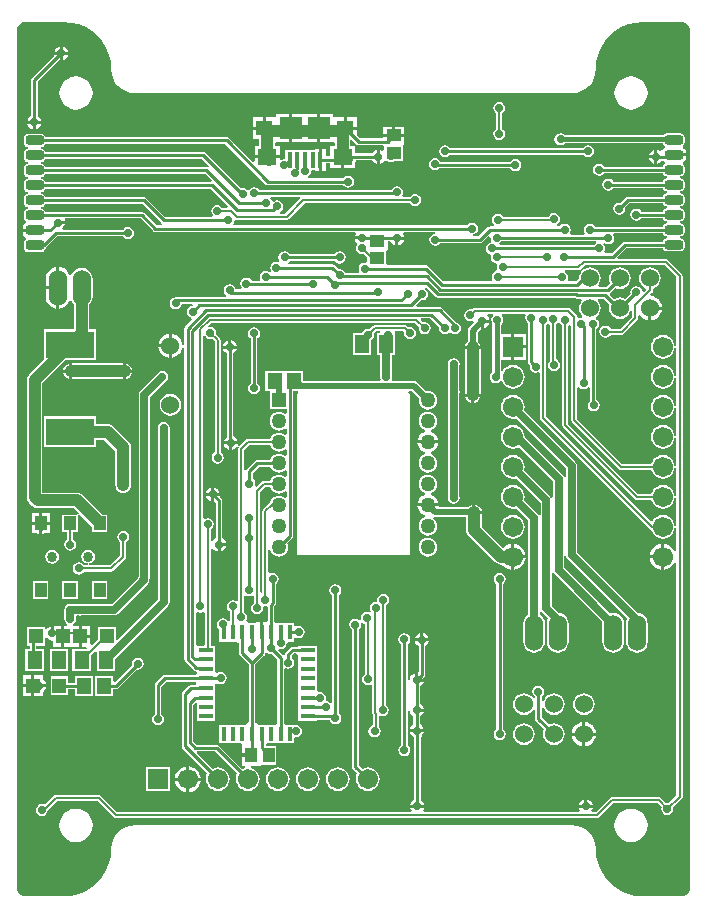
<source format=gbl>
G04 Layer_Physical_Order=2*
G04 Layer_Color=11436288*
%FSLAX23Y23*%
%MOIN*%
G70*
G01*
G75*
%ADD12R,0.045X0.051*%
%ADD21R,0.039X0.051*%
%ADD25R,0.051X0.039*%
%ADD28C,0.010*%
%ADD29C,0.039*%
%ADD30C,0.008*%
%ADD31C,0.015*%
%ADD32C,0.020*%
%ADD33C,0.025*%
%ADD35C,0.060*%
%ADD36O,0.060X0.120*%
%ADD37C,0.034*%
%ADD38R,0.050X0.050*%
%ADD39C,0.050*%
%ADD40C,0.067*%
%ADD41R,0.067X0.067*%
%ADD42C,0.028*%
%ADD43R,0.049X0.061*%
%ADD44R,0.063X0.055*%
%ADD45R,0.057X0.051*%
%ADD46R,0.075X0.075*%
%ADD47R,0.016X0.053*%
%ADD48R,0.160X0.090*%
%ADD49R,0.049X0.055*%
%ADD50R,0.040X0.046*%
%ADD51R,0.050X0.016*%
%ADD52R,0.016X0.050*%
G04:AMPARAMS|DCode=53|XSize=60mil|YSize=31mil|CornerRadius=8mil|HoleSize=0mil|Usage=FLASHONLY|Rotation=0.000|XOffset=0mil|YOffset=0mil|HoleType=Round|Shape=RoundedRectangle|*
%AMROUNDEDRECTD53*
21,1,0.060,0.016,0,0,0.0*
21,1,0.044,0.031,0,0,0.0*
1,1,0.016,0.022,-0.008*
1,1,0.016,-0.022,-0.008*
1,1,0.016,-0.022,0.008*
1,1,0.016,0.022,0.008*
%
%ADD53ROUNDEDRECTD53*%
%ADD54R,0.047X0.057*%
G36*
X11993Y14723D02*
X12017Y14717D01*
X12040Y14708D01*
X12061Y14695D01*
X12080Y14679D01*
X12096Y14660D01*
X12109Y14639D01*
X12119Y14616D01*
X12125Y14592D01*
X12126Y14568D01*
X12126Y14567D01*
X12126D01*
X12127Y14551D01*
X12132Y14537D01*
X12139Y14523D01*
X12149Y14511D01*
X12161Y14501D01*
X12174Y14494D01*
X12189Y14489D01*
X12205Y14488D01*
Y14488D01*
X12205Y14488D01*
X13661Y14488D01*
X13677Y14489D01*
X13692Y14494D01*
X13705Y14501D01*
X13717Y14511D01*
X13727Y14523D01*
X13735Y14537D01*
X13739Y14551D01*
X13741Y14567D01*
X13741D01*
X13740Y14568D01*
X13742Y14592D01*
X13747Y14616D01*
X13757Y14639D01*
X13770Y14660D01*
X13786Y14679D01*
X13805Y14695D01*
X13826Y14708D01*
X13849Y14717D01*
X13873Y14723D01*
X13897Y14725D01*
X13898Y14724D01*
Y14724D01*
X14026D01*
Y14724D01*
X14026Y14725D01*
X14033Y14724D01*
X14040Y14721D01*
X14047Y14716D01*
X14051Y14710D01*
X14054Y14703D01*
X14055Y14695D01*
X14055Y14695D01*
X14055D01*
X14055Y11841D01*
X14054Y11833D01*
X14051Y11826D01*
X14047Y11819D01*
X14040Y11815D01*
X14033Y11812D01*
X14026Y11811D01*
X14026Y11811D01*
Y11811D01*
X13898Y11811D01*
X13873Y11812D01*
X13849Y11818D01*
X13826Y11828D01*
X13805Y11841D01*
X13786Y11857D01*
X13770Y11876D01*
X13757Y11897D01*
X13747Y11920D01*
X13742Y11944D01*
X13740Y11963D01*
X13741Y11969D01*
Y11969D01*
Y11969D01*
X13741Y11969D01*
X13740Y11975D01*
Y11975D01*
Y11975D01*
D01*
X13739Y11980D01*
X13739Y11984D01*
X13735Y11999D01*
X13727Y12012D01*
X13717Y12024D01*
X13705Y12034D01*
X13692Y12042D01*
X13677Y12046D01*
X13661Y12048D01*
Y12048D01*
X13655Y12047D01*
X12205Y12048D01*
X12189Y12046D01*
X12174Y12042D01*
X12161Y12034D01*
X12149Y12024D01*
X12139Y12012D01*
X12132Y11999D01*
X12127Y11984D01*
X12126Y11969D01*
X12126D01*
X12126Y11968D01*
X12125Y11944D01*
X12119Y11920D01*
X12109Y11897D01*
X12096Y11876D01*
X12080Y11857D01*
X12061Y11841D01*
X12040Y11828D01*
X12017Y11818D01*
X11993Y11812D01*
X11969Y11811D01*
X11969Y11811D01*
Y11811D01*
X11841Y11811D01*
X11833Y11812D01*
X11826Y11815D01*
X11819Y11819D01*
X11815Y11826D01*
X11812Y11833D01*
X11811Y11840D01*
X11811Y11841D01*
X11811D01*
X11811Y14695D01*
X11812Y14703D01*
X11815Y14710D01*
X11819Y14716D01*
X11826Y14721D01*
X11833Y14724D01*
X11840Y14725D01*
X11841Y14724D01*
Y14724D01*
X11969Y14725D01*
X11993Y14723D01*
D02*
G37*
%LPC*%
G36*
X13959Y12937D02*
X13921D01*
X13922Y12931D01*
X13926Y12920D01*
X13933Y12911D01*
X13942Y12904D01*
X13953Y12900D01*
X13959Y12899D01*
Y12937D01*
D02*
G37*
G36*
X13507D02*
X13469D01*
Y12899D01*
X13475Y12900D01*
X13486Y12904D01*
X13495Y12911D01*
X13502Y12920D01*
X13506Y12931D01*
X13507Y12937D01*
D02*
G37*
G36*
X12113Y12860D02*
X12061D01*
Y12802D01*
X12113D01*
Y12860D01*
D02*
G37*
G36*
X12165Y13029D02*
X12158Y13027D01*
X12151Y13023D01*
X12147Y13016D01*
X12145Y13008D01*
X12147Y13001D01*
X12151Y12994D01*
X12155Y12991D01*
Y12947D01*
X12122Y12914D01*
X12050D01*
X12050Y12919D01*
X12050Y12919D01*
X12050Y12920D01*
X12050Y12920D01*
X12052Y12920D01*
X12052D01*
X12057Y12921D01*
X12065Y12926D01*
X12070Y12934D01*
X12072Y12943D01*
X12070Y12952D01*
X12065Y12959D01*
X12057Y12965D01*
X12048Y12966D01*
X12039Y12965D01*
X12032Y12959D01*
X12027Y12952D01*
X12025Y12943D01*
X12027Y12934D01*
X12032Y12926D01*
X12039Y12921D01*
X12044Y12920D01*
X12044D01*
X12047Y12920D01*
X12047Y12920D01*
X12047Y12919D01*
X12047Y12919D01*
X12046Y12914D01*
X12035D01*
X12032Y12918D01*
X12025Y12922D01*
X12018Y12924D01*
X12010Y12922D01*
X12003Y12918D01*
X11999Y12911D01*
X11998Y12904D01*
X11999Y12896D01*
X12003Y12889D01*
X12010Y12885D01*
X12018Y12883D01*
X12025Y12885D01*
X12032Y12889D01*
X12035Y12893D01*
X12126D01*
X12130Y12894D01*
X12133Y12896D01*
X12173Y12936D01*
X12175Y12939D01*
X12176Y12943D01*
Y12991D01*
X12180Y12994D01*
X12184Y13001D01*
X12186Y13008D01*
X12184Y13016D01*
X12180Y13023D01*
X12173Y13027D01*
X12165Y13029D01*
D02*
G37*
G36*
X13469Y12985D02*
Y12947D01*
X13507D01*
X13506Y12953D01*
X13502Y12964D01*
X13495Y12973D01*
X13486Y12980D01*
X13475Y12984D01*
X13469Y12985D01*
D02*
G37*
G36*
X13181Y13006D02*
X13173Y13005D01*
X13165Y13002D01*
X13159Y12997D01*
X13154Y12990D01*
X13151Y12983D01*
X13150Y12975D01*
X13151Y12966D01*
X13154Y12959D01*
X13159Y12952D01*
X13165Y12947D01*
X13173Y12944D01*
X13181Y12943D01*
X13189Y12944D01*
X13197Y12947D01*
X13203Y12952D01*
X13208Y12959D01*
X13211Y12966D01*
X13212Y12975D01*
X13211Y12983D01*
X13208Y12990D01*
X13203Y12997D01*
X13197Y13002D01*
X13189Y13005D01*
X13181Y13006D01*
D02*
G37*
G36*
X11929Y12966D02*
X11920Y12965D01*
X11913Y12959D01*
X11907Y12952D01*
X11906Y12943D01*
X11907Y12934D01*
X11913Y12926D01*
X11920Y12921D01*
X11929Y12919D01*
X11938Y12921D01*
X11946Y12926D01*
X11951Y12934D01*
X11953Y12943D01*
X11951Y12952D01*
X11946Y12959D01*
X11938Y12965D01*
X11929Y12966D01*
D02*
G37*
G36*
X12014Y12860D02*
X11962D01*
Y12802D01*
X12014D01*
Y12860D01*
D02*
G37*
G36*
X12055Y12713D02*
X12028D01*
Y12682D01*
X12055D01*
Y12713D01*
D02*
G37*
G36*
X13166Y12688D02*
Y12670D01*
X13184D01*
X13183Y12674D01*
X13178Y12682D01*
X13170Y12687D01*
X13166Y12688D01*
D02*
G37*
G36*
X13156D02*
X13152Y12687D01*
X13144Y12682D01*
X13139Y12674D01*
X13138Y12670D01*
X13156D01*
Y12688D01*
D02*
G37*
G36*
X11959Y12713D02*
X11934D01*
Y12687D01*
X11924D01*
Y12710D01*
X11920Y12709D01*
X11912Y12704D01*
X11910Y12701D01*
X11904Y12702D01*
Y12709D01*
X11846D01*
Y12646D01*
X11854D01*
Y12635D01*
X11839D01*
Y12562D01*
X11901D01*
Y12635D01*
X11876D01*
Y12646D01*
X11904D01*
Y12672D01*
X11910Y12673D01*
X11912Y12670D01*
X11920Y12665D01*
X11929Y12663D01*
X11931Y12661D01*
Y12642D01*
X11959D01*
Y12677D01*
Y12713D01*
D02*
G37*
G36*
X11916Y12860D02*
X11864D01*
Y12802D01*
X11916D01*
Y12860D01*
D02*
G37*
G36*
X13033Y12819D02*
X13025Y12818D01*
X13019Y12813D01*
X13014Y12807D01*
X13013Y12799D01*
X13013Y12796D01*
X13008Y12791D01*
X13007Y12791D01*
X12999Y12790D01*
X12993Y12785D01*
X12988Y12779D01*
X12987Y12771D01*
X12988Y12763D01*
X12991Y12760D01*
X12986Y12756D01*
X12985Y12757D01*
X12977Y12758D01*
X12969Y12757D01*
X12963Y12752D01*
X12958Y12746D01*
X12957Y12738D01*
X12958Y12734D01*
X12956Y12733D01*
X12952Y12731D01*
X12947Y12735D01*
X12939Y12736D01*
X12931Y12735D01*
X12925Y12730D01*
X12920Y12724D01*
X12919Y12716D01*
X12920Y12708D01*
X12925Y12702D01*
X12928Y12700D01*
Y12243D01*
X12928Y12243D01*
X12929Y12239D01*
X12931Y12235D01*
X12946Y12220D01*
X12943Y12211D01*
X12941Y12201D01*
X12943Y12191D01*
X12947Y12181D01*
X12953Y12173D01*
X12961Y12167D01*
X12971Y12163D01*
X12981Y12161D01*
X12991Y12163D01*
X13001Y12167D01*
X13009Y12173D01*
X13015Y12181D01*
X13019Y12191D01*
X13021Y12201D01*
X13019Y12211D01*
X13015Y12221D01*
X13009Y12229D01*
X13001Y12235D01*
X12991Y12239D01*
X12981Y12241D01*
X12971Y12239D01*
X12962Y12236D01*
X12950Y12248D01*
Y12700D01*
X12953Y12702D01*
X12958Y12708D01*
X12959Y12716D01*
X12958Y12720D01*
X12960Y12721D01*
X12964Y12723D01*
X12969Y12719D01*
X12972Y12719D01*
Y12552D01*
X12968Y12549D01*
X12963Y12543D01*
X12962Y12535D01*
X12963Y12527D01*
X12968Y12521D01*
X12974Y12516D01*
X12982Y12515D01*
X12990Y12516D01*
X12991Y12517D01*
X12996Y12514D01*
Y12421D01*
X12997Y12417D01*
X12997Y12417D01*
Y12380D01*
X12996Y12380D01*
X12989Y12375D01*
X12985Y12369D01*
X12983Y12361D01*
X12985Y12353D01*
X12989Y12347D01*
X12996Y12342D01*
X13004Y12341D01*
X13011Y12342D01*
X13018Y12347D01*
X13022Y12353D01*
X13024Y12361D01*
X13022Y12369D01*
X13018Y12375D01*
X13017Y12376D01*
Y12410D01*
X13023Y12412D01*
X13030Y12411D01*
X13038Y12412D01*
X13044Y12417D01*
X13049Y12423D01*
X13050Y12431D01*
X13049Y12439D01*
X13044Y12445D01*
X13043Y12446D01*
Y12782D01*
X13047Y12785D01*
X13052Y12791D01*
X13053Y12799D01*
X13052Y12807D01*
X13047Y12813D01*
X13041Y12818D01*
X13033Y12819D01*
D02*
G37*
G36*
X12296Y13562D02*
X12288Y13561D01*
X12282Y13556D01*
X12278Y13551D01*
X12223Y13495D01*
X12219Y13489D01*
X12217Y13482D01*
Y12877D01*
X12214Y12873D01*
X12214Y12870D01*
X12128Y12785D01*
X12028D01*
X12021Y12786D01*
X12014Y12785D01*
X11995D01*
X11988Y12786D01*
X11980Y12784D01*
X11974Y12780D01*
X11970Y12773D01*
X11968Y12766D01*
X11969Y12759D01*
Y12743D01*
X11968Y12736D01*
X11970Y12729D01*
X11974Y12722D01*
X11979Y12719D01*
X11977Y12713D01*
X11969D01*
Y12677D01*
Y12642D01*
X12018D01*
Y12677D01*
Y12713D01*
X11999D01*
X11998Y12719D01*
X12002Y12722D01*
X12007Y12729D01*
X12008Y12736D01*
X12007Y12741D01*
X12011Y12747D01*
X12014D01*
X12021Y12746D01*
X12028Y12747D01*
X12136D01*
X12143Y12748D01*
X12149Y12752D01*
X12247Y12851D01*
X12251Y12857D01*
X12253Y12863D01*
X12253Y12864D01*
X12255Y12871D01*
Y13474D01*
X12305Y13524D01*
X12310Y13528D01*
X12315Y13534D01*
X12316Y13542D01*
X12315Y13550D01*
X12310Y13556D01*
X12304Y13561D01*
X12296Y13562D01*
D02*
G37*
G36*
X13267Y13604D02*
X13259Y13603D01*
X13253Y13598D01*
X13248Y13592D01*
X13247Y13584D01*
X13248Y13577D01*
Y13496D01*
X13247Y13492D01*
X13248Y13489D01*
Y13146D01*
X13247Y13139D01*
X13248Y13131D01*
X13253Y13125D01*
X13259Y13120D01*
X13267Y13119D01*
X13275Y13120D01*
X13281Y13125D01*
X13286Y13131D01*
X13287Y13139D01*
X13286Y13146D01*
Y13484D01*
X13286Y13485D01*
X13288Y13492D01*
X13286Y13500D01*
X13286Y13501D01*
Y13577D01*
X13287Y13584D01*
X13286Y13592D01*
X13281Y13598D01*
X13275Y13603D01*
X13267Y13604D01*
D02*
G37*
G36*
X13329Y13116D02*
X13328Y13116D01*
X13322Y13113D01*
X13316Y13109D01*
X13315Y13107D01*
X13220D01*
X13218Y13110D01*
X13146D01*
X13147Y13105D01*
X13151Y13097D01*
X13156Y13090D01*
X13163Y13084D01*
X13172Y13081D01*
X13172Y13080D01*
X13173Y13077D01*
X13172Y13074D01*
X13165Y13072D01*
X13159Y13067D01*
X13154Y13060D01*
X13151Y13053D01*
X13150Y13045D01*
X13151Y13036D01*
X13154Y13029D01*
X13159Y13022D01*
X13165Y13017D01*
X13173Y13014D01*
X13181Y13013D01*
X13189Y13014D01*
X13197Y13017D01*
X13203Y13022D01*
X13208Y13029D01*
X13211Y13036D01*
X13212Y13045D01*
X13211Y13053D01*
X13208Y13060D01*
X13203Y13067D01*
X13199Y13070D01*
X13202Y13075D01*
X13205Y13075D01*
X13205Y13075D01*
X13309D01*
Y13032D01*
X13309Y13025D01*
X13312Y13019D01*
X13316Y13013D01*
X13406Y12924D01*
X13411Y12920D01*
X13417Y12917D01*
X13424Y12916D01*
X13429D01*
X13433Y12911D01*
X13442Y12904D01*
X13453Y12900D01*
X13459Y12899D01*
Y12942D01*
Y12985D01*
X13453Y12984D01*
X13442Y12980D01*
X13433Y12973D01*
X13430Y12973D01*
X13360Y13042D01*
Y13086D01*
X13334D01*
Y13091D01*
X13329D01*
Y13116D01*
D02*
G37*
G36*
X13339D02*
Y13096D01*
X13360D01*
X13360Y13098D01*
X13357Y13104D01*
X13353Y13109D01*
X13347Y13113D01*
X13341Y13116D01*
X13339Y13116D01*
D02*
G37*
G36*
X13181Y13216D02*
X13173Y13215D01*
X13165Y13212D01*
X13159Y13207D01*
X13154Y13200D01*
X13151Y13193D01*
X13150Y13185D01*
X13151Y13176D01*
X13154Y13169D01*
X13159Y13162D01*
X13165Y13157D01*
X13172Y13155D01*
X13173Y13152D01*
X13172Y13149D01*
X13172Y13149D01*
X13163Y13145D01*
X13156Y13140D01*
X13151Y13132D01*
X13147Y13124D01*
X13146Y13120D01*
X13216D01*
X13215Y13124D01*
X13212Y13132D01*
X13206Y13140D01*
X13199Y13145D01*
X13190Y13149D01*
X13190Y13149D01*
X13190Y13152D01*
X13190Y13155D01*
X13197Y13157D01*
X13203Y13162D01*
X13208Y13169D01*
X13211Y13176D01*
X13212Y13185D01*
X13211Y13193D01*
X13208Y13200D01*
X13203Y13207D01*
X13197Y13212D01*
X13189Y13215D01*
X13181Y13216D01*
D02*
G37*
G36*
X12459Y13173D02*
X12455Y13172D01*
X12447Y13167D01*
X12442Y13159D01*
X12441Y13155D01*
X12459D01*
Y13173D01*
D02*
G37*
G36*
X12074Y13410D02*
X11902D01*
Y13308D01*
X12074D01*
Y13333D01*
X12103D01*
X12139Y13296D01*
Y13248D01*
Y13181D01*
X12140Y13174D01*
X12143Y13168D01*
X12147Y13162D01*
X12152Y13158D01*
X12159Y13156D01*
X12165Y13155D01*
X12172Y13156D01*
X12178Y13158D01*
X12184Y13162D01*
X12188Y13168D01*
X12190Y13174D01*
X12191Y13181D01*
Y13248D01*
Y13307D01*
X12190Y13314D01*
X12188Y13320D01*
X12184Y13325D01*
X12132Y13377D01*
X12126Y13381D01*
X12120Y13384D01*
X12114Y13385D01*
X12074D01*
Y13410D01*
D02*
G37*
G36*
X12459Y13145D02*
X12441D01*
X12442Y13141D01*
X12447Y13133D01*
X12455Y13128D01*
X12459Y13127D01*
Y13145D01*
D02*
G37*
G36*
X11920Y13087D02*
X11895D01*
Y13059D01*
X11920D01*
Y13087D01*
D02*
G37*
G36*
X13464Y13082D02*
X13454Y13080D01*
X13444Y13076D01*
X13436Y13070D01*
X13430Y13062D01*
X13426Y13052D01*
X13424Y13042D01*
X13426Y13032D01*
X13430Y13022D01*
X13436Y13014D01*
X13444Y13008D01*
X13454Y13004D01*
X13464Y13002D01*
X13474Y13004D01*
X13484Y13008D01*
X13492Y13014D01*
X13498Y13022D01*
X13502Y13032D01*
X13504Y13042D01*
X13502Y13052D01*
X13498Y13062D01*
X13492Y13070D01*
X13484Y13076D01*
X13474Y13080D01*
X13464Y13082D01*
D02*
G37*
G36*
X12508Y12978D02*
X12490D01*
Y12960D01*
X12494Y12961D01*
X12502Y12966D01*
X12507Y12974D01*
X12508Y12978D01*
D02*
G37*
G36*
X13959Y12985D02*
X13953Y12984D01*
X13942Y12980D01*
X13933Y12973D01*
X13926Y12964D01*
X13922Y12953D01*
X13921Y12947D01*
X13959D01*
Y12985D01*
D02*
G37*
G36*
X11885Y13049D02*
X11860D01*
Y13021D01*
X11877D01*
X11880Y13019D01*
X11885Y13018D01*
Y13049D01*
D02*
G37*
G36*
Y13087D02*
X11860D01*
Y13059D01*
X11885D01*
Y13087D01*
D02*
G37*
G36*
X11953Y13908D02*
Y13839D01*
Y13769D01*
X11959Y13770D01*
X11968Y13774D01*
X11977Y13780D01*
X11983Y13788D01*
X11987Y13798D01*
X11989Y13798D01*
X11993Y13798D01*
X11996Y13790D01*
X12002Y13783D01*
Y13700D01*
X11902D01*
Y13600D01*
X11852Y13549D01*
X11848Y13544D01*
X11845Y13538D01*
X11844Y13531D01*
Y13140D01*
X11845Y13133D01*
X11848Y13127D01*
X11852Y13121D01*
X11862Y13112D01*
X11867Y13107D01*
X11870Y13106D01*
X11873Y13105D01*
X11880Y13104D01*
X12001D01*
X12017Y13088D01*
X12014Y13085D01*
X12014Y13084D01*
X12014Y13084D01*
X12013Y13084D01*
X12013Y13084D01*
X12013Y13083D01*
X12012D01*
X12009Y13083D01*
X12008D01*
X12008D01*
X11962D01*
Y13025D01*
X11978D01*
Y12999D01*
X11974Y12997D01*
X11970Y12990D01*
X11968Y12982D01*
X11970Y12975D01*
X11974Y12968D01*
X11980Y12964D01*
X11988Y12962D01*
X11996Y12964D01*
X12002Y12968D01*
X12007Y12975D01*
X12008Y12982D01*
X12007Y12990D01*
X12002Y12997D01*
X11998Y12999D01*
Y13025D01*
X12014D01*
Y13077D01*
Y13077D01*
X12014Y13078D01*
X12014Y13081D01*
Y13082D01*
X12015Y13082D01*
X12015Y13082D01*
X12015Y13083D01*
X12016Y13083D01*
X12016Y13083D01*
X12019Y13085D01*
X12061Y13043D01*
Y13025D01*
X12113D01*
Y13083D01*
X12095D01*
X12030Y13148D01*
X12024Y13152D01*
X12018Y13155D01*
X12011Y13156D01*
X11896D01*
Y13520D01*
X11974Y13598D01*
X12074D01*
Y13700D01*
X12053D01*
Y13783D01*
X12059Y13790D01*
X12063Y13799D01*
X12064Y13809D01*
Y13869D01*
X12063Y13878D01*
X12059Y13887D01*
X12053Y13894D01*
X12046Y13900D01*
X12037Y13904D01*
X12028Y13905D01*
X12018Y13904D01*
X12009Y13900D01*
X12002Y13894D01*
X11996Y13887D01*
X11993Y13880D01*
X11989Y13879D01*
X11987Y13880D01*
X11983Y13889D01*
X11977Y13897D01*
X11968Y13904D01*
X11959Y13908D01*
X11953Y13908D01*
D02*
G37*
G36*
X11920Y13049D02*
X11895D01*
Y13018D01*
X11899Y13019D01*
X11902Y13021D01*
X11920D01*
Y13049D01*
D02*
G37*
G36*
X12320Y12240D02*
X12242D01*
Y12162D01*
X12320D01*
Y12240D01*
D02*
G37*
G36*
X12881Y12241D02*
X12871Y12239D01*
X12861Y12235D01*
X12853Y12229D01*
X12847Y12221D01*
X12843Y12211D01*
X12841Y12201D01*
X12843Y12191D01*
X12847Y12181D01*
X12853Y12173D01*
X12861Y12167D01*
X12871Y12163D01*
X12881Y12161D01*
X12891Y12163D01*
X12901Y12167D01*
X12909Y12173D01*
X12915Y12181D01*
X12919Y12191D01*
X12921Y12201D01*
X12919Y12211D01*
X12915Y12221D01*
X12909Y12229D01*
X12901Y12235D01*
X12891Y12239D01*
X12881Y12241D01*
D02*
G37*
G36*
X12781D02*
X12771Y12239D01*
X12761Y12235D01*
X12753Y12229D01*
X12747Y12221D01*
X12743Y12211D01*
X12741Y12201D01*
X12743Y12191D01*
X12747Y12181D01*
X12753Y12173D01*
X12761Y12167D01*
X12771Y12163D01*
X12781Y12161D01*
X12791Y12163D01*
X12801Y12167D01*
X12809Y12173D01*
X12815Y12181D01*
X12819Y12191D01*
X12821Y12201D01*
X12819Y12211D01*
X12815Y12221D01*
X12809Y12229D01*
X12801Y12235D01*
X12791Y12239D01*
X12781Y12241D01*
D02*
G37*
G36*
X12376Y12244D02*
X12370Y12243D01*
X12359Y12239D01*
X12350Y12232D01*
X12343Y12223D01*
X12339Y12212D01*
X12338Y12206D01*
X12376D01*
Y12244D01*
D02*
G37*
G36*
X13741Y12346D02*
X13706D01*
Y12311D01*
X13711Y12312D01*
X13721Y12316D01*
X13730Y12322D01*
X13736Y12331D01*
X13740Y12341D01*
X13741Y12346D01*
D02*
G37*
G36*
X13696D02*
X13661D01*
X13662Y12341D01*
X13666Y12331D01*
X13672Y12322D01*
X13681Y12316D01*
X13691Y12312D01*
X13696Y12311D01*
Y12346D01*
D02*
G37*
G36*
X12386Y12244D02*
Y12206D01*
X12424D01*
X12423Y12212D01*
X12419Y12223D01*
X12412Y12232D01*
X12403Y12239D01*
X12392Y12243D01*
X12386Y12244D01*
D02*
G37*
G36*
X12681Y12241D02*
X12671Y12239D01*
X12661Y12235D01*
X12653Y12229D01*
X12647Y12221D01*
X12643Y12211D01*
X12641Y12201D01*
X12643Y12191D01*
X12647Y12181D01*
X12653Y12173D01*
X12661Y12167D01*
X12671Y12163D01*
X12681Y12161D01*
X12691Y12163D01*
X12701Y12167D01*
X12709Y12173D01*
X12715Y12181D01*
X12719Y12191D01*
X12721Y12201D01*
X12719Y12211D01*
X12715Y12221D01*
X12709Y12229D01*
X12701Y12235D01*
X12691Y12239D01*
X12681Y12241D01*
D02*
G37*
G36*
X13167Y12358D02*
X13121D01*
X13122Y12354D01*
X13127Y12346D01*
X13135Y12341D01*
X13135Y12341D01*
Y12132D01*
X13129Y12128D01*
X13124Y12120D01*
X13123Y12116D01*
X13169D01*
X13168Y12120D01*
X13163Y12128D01*
X13157Y12132D01*
Y12343D01*
X13161Y12346D01*
X13166Y12354D01*
X13167Y12358D01*
D02*
G37*
G36*
X13858Y12103D02*
X13844Y12101D01*
X13830Y12095D01*
X13819Y12087D01*
X13810Y12075D01*
X13804Y12062D01*
X13803Y12047D01*
X13804Y12033D01*
X13810Y12019D01*
X13819Y12008D01*
X13830Y11999D01*
X13844Y11993D01*
X13858Y11992D01*
X13873Y11993D01*
X13886Y11999D01*
X13898Y12008D01*
X13906Y12019D01*
X13912Y12033D01*
X13914Y12047D01*
X13912Y12062D01*
X13906Y12075D01*
X13898Y12087D01*
X13886Y12095D01*
X13873Y12101D01*
X13858Y12103D01*
D02*
G37*
G36*
X12008D02*
X11993Y12101D01*
X11980Y12095D01*
X11968Y12087D01*
X11960Y12075D01*
X11954Y12062D01*
X11952Y12047D01*
X11954Y12033D01*
X11960Y12019D01*
X11968Y12008D01*
X11980Y11999D01*
X11993Y11993D01*
X12008Y11992D01*
X12022Y11993D01*
X12036Y11999D01*
X12047Y12008D01*
X12056Y12019D01*
X12062Y12033D01*
X12064Y12047D01*
X12062Y12062D01*
X12056Y12075D01*
X12047Y12087D01*
X12036Y12095D01*
X12022Y12101D01*
X12008Y12103D01*
D02*
G37*
G36*
X13702Y12134D02*
X13698Y12133D01*
X13690Y12128D01*
X13685Y12120D01*
X13684Y12116D01*
X13702D01*
Y12134D01*
D02*
G37*
G36*
X12424Y12196D02*
X12386D01*
Y12158D01*
X12392Y12159D01*
X12403Y12163D01*
X12412Y12170D01*
X12419Y12179D01*
X12423Y12190D01*
X12424Y12196D01*
D02*
G37*
G36*
X12376D02*
X12338D01*
X12339Y12190D01*
X12343Y12179D01*
X12350Y12170D01*
X12359Y12163D01*
X12370Y12159D01*
X12376Y12158D01*
Y12196D01*
D02*
G37*
G36*
X13712Y12134D02*
Y12116D01*
X13730D01*
X13729Y12120D01*
X13724Y12128D01*
X13716Y12133D01*
X13712Y12134D01*
D02*
G37*
G36*
X12066Y12546D02*
X12006D01*
Y12523D01*
X11981D01*
Y12545D01*
X11924D01*
Y12481D01*
X11981D01*
Y12501D01*
X12006D01*
Y12477D01*
X12066D01*
Y12546D01*
D02*
G37*
G36*
X11859Y12549D02*
X11831D01*
Y12518D01*
X11859D01*
Y12549D01*
D02*
G37*
G36*
X11897D02*
X11869D01*
Y12513D01*
Y12477D01*
X11897D01*
Y12492D01*
X11902Y12496D01*
X11907Y12504D01*
X11908Y12508D01*
X11885D01*
Y12518D01*
X11908D01*
X11907Y12522D01*
X11902Y12530D01*
X11897Y12534D01*
Y12549D01*
D02*
G37*
G36*
X13184Y12660D02*
X13138D01*
X13139Y12656D01*
X13144Y12648D01*
X13150Y12644D01*
Y12559D01*
X13149Y12558D01*
Y12536D01*
X13167D01*
X13166Y12538D01*
X13169Y12541D01*
X13169Y12541D01*
X13171Y12544D01*
X13172Y12549D01*
Y12644D01*
X13178Y12648D01*
X13183Y12656D01*
X13184Y12660D01*
D02*
G37*
G36*
X12300Y13392D02*
X12292Y13391D01*
X12286Y13386D01*
X12281Y13380D01*
X12280Y13372D01*
X12281Y13364D01*
X12282Y13363D01*
Y12800D01*
X12145Y12663D01*
X12140Y12666D01*
Y12709D01*
X12083D01*
Y12669D01*
X12061Y12648D01*
X12055Y12650D01*
Y12672D01*
X12028D01*
Y12642D01*
X12040D01*
X12044Y12636D01*
X12043Y12635D01*
X11996D01*
Y12562D01*
X12057D01*
Y12615D01*
X12071Y12629D01*
X12077Y12626D01*
Y12562D01*
X12138D01*
Y12602D01*
X12314Y12779D01*
X12318Y12785D01*
X12319Y12786D01*
X12320Y12792D01*
Y13370D01*
X12320Y13372D01*
X12319Y13380D01*
X12314Y13386D01*
X12308Y13391D01*
X12300Y13392D01*
D02*
G37*
G36*
X12215Y12606D02*
X12207Y12605D01*
X12200Y12600D01*
X12196Y12594D01*
X12194Y12586D01*
X12195Y12582D01*
X12139Y12526D01*
X12133Y12528D01*
Y12546D01*
X12073D01*
Y12477D01*
X12133D01*
Y12501D01*
X12140D01*
X12140Y12501D01*
X12145Y12501D01*
X12148Y12504D01*
X12211Y12566D01*
X12215Y12566D01*
X12222Y12567D01*
X12229Y12572D01*
X12233Y12578D01*
X12235Y12586D01*
X12233Y12594D01*
X12229Y12600D01*
X12222Y12605D01*
X12215Y12606D01*
D02*
G37*
G36*
X11981Y12635D02*
X11920D01*
Y12562D01*
X11981D01*
Y12635D01*
D02*
G37*
G36*
X11859Y12508D02*
X11831D01*
Y12477D01*
X11859D01*
Y12508D01*
D02*
G37*
G36*
X13696Y12391D02*
X13691Y12390D01*
X13681Y12386D01*
X13672Y12380D01*
X13666Y12371D01*
X13662Y12361D01*
X13661Y12356D01*
X13696D01*
Y12391D01*
D02*
G37*
G36*
X13420Y12889D02*
X13412Y12888D01*
X13406Y12883D01*
X13401Y12877D01*
X13400Y12869D01*
X13401Y12861D01*
X13406Y12855D01*
X13409Y12853D01*
Y12366D01*
X13406Y12364D01*
X13401Y12358D01*
X13400Y12350D01*
X13401Y12342D01*
X13406Y12336D01*
X13412Y12331D01*
X13420Y12330D01*
X13428Y12331D01*
X13434Y12336D01*
X13439Y12342D01*
X13440Y12350D01*
X13439Y12358D01*
X13434Y12364D01*
X13431Y12366D01*
Y12853D01*
X13434Y12855D01*
X13439Y12861D01*
X13440Y12869D01*
X13439Y12877D01*
X13434Y12883D01*
X13428Y12888D01*
X13420Y12889D01*
D02*
G37*
G36*
X13501Y12387D02*
X13492Y12386D01*
X13483Y12382D01*
X13475Y12377D01*
X13470Y12369D01*
X13466Y12360D01*
X13465Y12351D01*
X13466Y12342D01*
X13470Y12333D01*
X13475Y12325D01*
X13483Y12320D01*
X13492Y12316D01*
X13501Y12315D01*
X13510Y12316D01*
X13519Y12320D01*
X13527Y12325D01*
X13532Y12333D01*
X13536Y12342D01*
X13537Y12351D01*
X13536Y12360D01*
X13532Y12369D01*
X13527Y12377D01*
X13519Y12382D01*
X13510Y12386D01*
X13501Y12387D01*
D02*
G37*
G36*
X13706Y12391D02*
Y12356D01*
X13741D01*
X13740Y12361D01*
X13736Y12371D01*
X13730Y12380D01*
X13721Y12386D01*
X13711Y12390D01*
X13706Y12391D01*
D02*
G37*
G36*
X13549Y12513D02*
X13541Y12512D01*
X13535Y12507D01*
X13530Y12501D01*
X13529Y12493D01*
X13530Y12485D01*
X13535Y12479D01*
X13537Y12477D01*
X13537Y12472D01*
X13531Y12471D01*
X13527Y12477D01*
X13519Y12482D01*
X13510Y12486D01*
X13501Y12487D01*
X13492Y12486D01*
X13483Y12482D01*
X13475Y12477D01*
X13470Y12469D01*
X13466Y12460D01*
X13465Y12451D01*
X13466Y12442D01*
X13470Y12433D01*
X13475Y12425D01*
X13483Y12420D01*
X13492Y12416D01*
X13501Y12415D01*
X13510Y12416D01*
X13519Y12420D01*
X13527Y12425D01*
X13532Y12432D01*
X13535Y12432D01*
X13538Y12430D01*
Y12403D01*
X13538Y12403D01*
X13539Y12399D01*
X13541Y12395D01*
X13569Y12367D01*
X13566Y12360D01*
X13565Y12351D01*
X13566Y12342D01*
X13570Y12333D01*
X13575Y12325D01*
X13583Y12320D01*
X13592Y12316D01*
X13601Y12315D01*
X13610Y12316D01*
X13619Y12320D01*
X13627Y12325D01*
X13632Y12333D01*
X13636Y12342D01*
X13637Y12351D01*
X13636Y12360D01*
X13632Y12369D01*
X13627Y12377D01*
X13619Y12382D01*
X13610Y12386D01*
X13601Y12387D01*
X13592Y12386D01*
X13585Y12383D01*
X13560Y12408D01*
Y12440D01*
X13566Y12442D01*
X13570Y12433D01*
X13575Y12425D01*
X13583Y12420D01*
X13592Y12416D01*
X13601Y12415D01*
X13610Y12416D01*
X13619Y12420D01*
X13627Y12425D01*
X13632Y12433D01*
X13636Y12442D01*
X13637Y12451D01*
X13636Y12460D01*
X13632Y12469D01*
X13627Y12477D01*
X13619Y12482D01*
X13610Y12486D01*
X13601Y12487D01*
X13592Y12486D01*
X13583Y12482D01*
X13575Y12477D01*
X13570Y12469D01*
X13566Y12460D01*
X13560Y12462D01*
Y12477D01*
X13563Y12479D01*
X13568Y12485D01*
X13569Y12493D01*
X13568Y12501D01*
X13563Y12507D01*
X13557Y12512D01*
X13549Y12513D01*
D02*
G37*
G36*
X13701Y12487D02*
X13692Y12486D01*
X13683Y12482D01*
X13675Y12477D01*
X13670Y12469D01*
X13666Y12460D01*
X13665Y12451D01*
X13666Y12442D01*
X13670Y12433D01*
X13675Y12425D01*
X13683Y12420D01*
X13692Y12416D01*
X13701Y12415D01*
X13710Y12416D01*
X13719Y12420D01*
X13727Y12425D01*
X13732Y12433D01*
X13736Y12442D01*
X13737Y12451D01*
X13736Y12460D01*
X13732Y12469D01*
X13727Y12477D01*
X13719Y12482D01*
X13710Y12486D01*
X13701Y12487D01*
D02*
G37*
G36*
X13102Y12687D02*
X13095Y12686D01*
X13088Y12681D01*
X13084Y12675D01*
X13082Y12667D01*
X13084Y12659D01*
X13088Y12653D01*
X13091Y12651D01*
Y12314D01*
X13088Y12312D01*
X13084Y12305D01*
X13082Y12298D01*
X13084Y12290D01*
X13088Y12283D01*
X13095Y12279D01*
X13102Y12277D01*
X13110Y12279D01*
X13117Y12283D01*
X13121Y12290D01*
X13123Y12298D01*
X13121Y12305D01*
X13117Y12312D01*
X13114Y12314D01*
Y12428D01*
D01*
D01*
X13114Y12428D01*
X13114Y12428D01*
X13119Y12429D01*
X13120Y12429D01*
X13120Y12429D01*
X13120Y12429D01*
X13120Y12428D01*
X13120Y12427D01*
X13121Y12422D01*
X13121Y12422D01*
X13126Y12414D01*
X13132Y12410D01*
Y12384D01*
X13127Y12380D01*
X13122Y12372D01*
X13121Y12368D01*
X13167D01*
X13166Y12372D01*
X13161Y12380D01*
X13155Y12384D01*
Y12410D01*
X13161Y12414D01*
X13166Y12422D01*
X13167Y12426D01*
X13144D01*
Y12436D01*
X13167D01*
X13166Y12440D01*
X13161Y12448D01*
X13155Y12452D01*
Y12510D01*
X13161Y12514D01*
X13166Y12522D01*
X13167Y12526D01*
X13144D01*
Y12531D01*
X13139D01*
Y12554D01*
X13134Y12553D01*
X13126Y12548D01*
X13121Y12540D01*
X13120Y12535D01*
X13120D01*
X13120Y12535D01*
X13120Y12533D01*
X13120Y12533D01*
X13120Y12533D01*
X13119Y12533D01*
X13114Y12534D01*
X13114Y12534D01*
X13114Y12534D01*
D01*
D01*
Y12651D01*
X13117Y12653D01*
X13121Y12659D01*
X13123Y12667D01*
X13121Y12675D01*
X13117Y12681D01*
X13110Y12686D01*
X13102Y12687D01*
D02*
G37*
G36*
X13715Y14314D02*
X13707Y14313D01*
X13701Y14308D01*
X13699Y14305D01*
X13255D01*
X13253Y14308D01*
X13247Y14313D01*
X13239Y14314D01*
X13231Y14313D01*
X13225Y14308D01*
X13220Y14302D01*
X13219Y14294D01*
X13220Y14286D01*
X13225Y14280D01*
X13231Y14275D01*
X13239Y14274D01*
X13247Y14275D01*
X13253Y14280D01*
X13255Y14283D01*
X13699D01*
X13701Y14280D01*
X13707Y14275D01*
X13715Y14274D01*
X13723Y14275D01*
X13729Y14280D01*
X13734Y14286D01*
X13735Y14294D01*
X13734Y14302D01*
X13729Y14308D01*
X13723Y14313D01*
X13715Y14314D01*
D02*
G37*
G36*
X12866Y14418D02*
X12823D01*
Y14371D01*
Y14324D01*
X12866D01*
X12866Y14324D01*
Y14324D01*
X12866Y14324D01*
X12871Y14322D01*
Y14312D01*
X12856D01*
Y14277D01*
X12840D01*
Y14302D01*
X12827D01*
Y14266D01*
Y14229D01*
X12840D01*
Y14254D01*
X12856D01*
Y14237D01*
X12892D01*
Y14275D01*
X12902D01*
Y14237D01*
X12939D01*
Y14257D01*
X12940Y14260D01*
X12941Y14265D01*
X12994D01*
X12998Y14259D01*
X13006Y14254D01*
X13010Y14253D01*
Y14276D01*
Y14299D01*
X13006Y14298D01*
X12998Y14293D01*
X12994Y14287D01*
X12939D01*
Y14312D01*
X12923D01*
Y14330D01*
X12929Y14332D01*
X12943Y14318D01*
X12943Y14318D01*
X12946Y14316D01*
X12951Y14315D01*
X13030D01*
X13035Y14313D01*
Y14298D01*
X13029Y14295D01*
X13024Y14298D01*
X13020Y14299D01*
Y14276D01*
Y14253D01*
X13024Y14254D01*
X13028Y14256D01*
X13032Y14259D01*
X13032Y14259D01*
X13033Y14259D01*
X13038Y14262D01*
X13040Y14262D01*
X13047D01*
X13050Y14259D01*
X13058Y14258D01*
X13066Y14259D01*
X13069Y14262D01*
X13099D01*
Y14313D01*
X13103Y14317D01*
X13103D01*
Y14342D01*
X13031D01*
Y14337D01*
X12955D01*
X12944Y14348D01*
Y14366D01*
X12906D01*
Y14371D01*
X12901D01*
Y14407D01*
X12867D01*
X12866Y14412D01*
Y14418D01*
D02*
G37*
G36*
X13936Y14299D02*
X13932Y14298D01*
X13924Y14293D01*
X13919Y14285D01*
X13918Y14281D01*
X13936D01*
Y14299D01*
D02*
G37*
G36*
X13419Y14458D02*
X13411Y14457D01*
X13405Y14452D01*
X13400Y14446D01*
X13399Y14438D01*
X13400Y14430D01*
X13405Y14424D01*
X13409Y14421D01*
Y14369D01*
X13405Y14366D01*
X13400Y14360D01*
X13399Y14352D01*
X13400Y14344D01*
X13405Y14338D01*
X13411Y14333D01*
X13419Y14332D01*
X13427Y14333D01*
X13433Y14338D01*
X13438Y14344D01*
X13439Y14352D01*
X13438Y14360D01*
X13433Y14366D01*
X13429Y14369D01*
Y14421D01*
X13433Y14424D01*
X13438Y14430D01*
X13439Y14438D01*
X13438Y14446D01*
X13433Y14452D01*
X13427Y14457D01*
X13419Y14458D01*
D02*
G37*
G36*
X12813Y14418D02*
X12729D01*
Y14371D01*
Y14324D01*
X12813D01*
Y14371D01*
Y14418D01*
D02*
G37*
G36*
X12719D02*
X12676D01*
Y14412D01*
X12675Y14407D01*
X12641D01*
Y14371D01*
X12636D01*
Y14366D01*
X12598D01*
Y14335D01*
X12619D01*
Y14312D01*
X12604D01*
Y14280D01*
X12687D01*
Y14312D01*
X12671D01*
Y14322D01*
X12676Y14324D01*
X12676Y14324D01*
Y14324D01*
X12676Y14324D01*
X12719D01*
Y14371D01*
Y14418D01*
D02*
G37*
G36*
X11943Y13834D02*
X11908D01*
Y13809D01*
X11909Y13798D01*
X11913Y13788D01*
X11920Y13780D01*
X11928Y13774D01*
X11938Y13770D01*
X11943Y13769D01*
Y13834D01*
D02*
G37*
G36*
X13386Y13723D02*
X13368D01*
Y13705D01*
X13372Y13706D01*
X13380Y13711D01*
X13385Y13719D01*
X13386Y13723D01*
D02*
G37*
G36*
X12318Y13685D02*
X12312Y13685D01*
X12303Y13681D01*
X12294Y13674D01*
X12288Y13666D01*
X12284Y13656D01*
X12283Y13651D01*
X12318D01*
Y13685D01*
D02*
G37*
G36*
X13936Y14271D02*
X13918D01*
X13919Y14267D01*
X13924Y14259D01*
X13932Y14254D01*
X13936Y14253D01*
Y14271D01*
D02*
G37*
G36*
X13205Y14271D02*
X13197Y14270D01*
X13191Y14265D01*
X13186Y14259D01*
X13185Y14251D01*
X13186Y14243D01*
X13191Y14237D01*
X13197Y14232D01*
X13205Y14231D01*
X13213Y14232D01*
X13219Y14237D01*
X13219Y14237D01*
X13456D01*
X13458Y14234D01*
X13465Y14229D01*
X13472Y14228D01*
X13480Y14229D01*
X13487Y14234D01*
X13491Y14240D01*
X13493Y14248D01*
X13491Y14256D01*
X13487Y14262D01*
X13480Y14267D01*
X13472Y14268D01*
X13465Y14267D01*
X13458Y14262D01*
X13456Y14259D01*
X13223D01*
X13219Y14265D01*
X13213Y14270D01*
X13205Y14271D01*
D02*
G37*
G36*
X11943Y13908D02*
X11938Y13908D01*
X11928Y13904D01*
X11920Y13897D01*
X11913Y13889D01*
X11909Y13879D01*
X11908Y13869D01*
Y13844D01*
X11943D01*
Y13908D01*
D02*
G37*
G36*
X14023Y14354D02*
X13979D01*
X13973Y14353D01*
X13969Y14350D01*
X13967Y14348D01*
X13638D01*
X13638Y14348D01*
X13631Y14353D01*
X13624Y14354D01*
X13616Y14353D01*
X13609Y14348D01*
X13605Y14342D01*
X13603Y14334D01*
X13605Y14326D01*
X13609Y14320D01*
X13616Y14315D01*
X13624Y14314D01*
X13631Y14315D01*
X13638Y14320D01*
X13638Y14320D01*
X13966D01*
X13966Y14319D01*
X13969Y14314D01*
X13971Y14313D01*
X13971Y14311D01*
X13971Y14306D01*
X13966Y14303D01*
X13962Y14297D01*
X13962Y14297D01*
X13956Y14295D01*
X13950Y14298D01*
X13946Y14299D01*
Y14276D01*
Y14253D01*
X13950Y14254D01*
X13958Y14259D01*
X13959Y14261D01*
X13965Y14261D01*
X13967Y14261D01*
X13971Y14258D01*
X13971Y14254D01*
X13971Y14252D01*
X13969Y14250D01*
X13966Y14246D01*
X13965Y14243D01*
X13768D01*
X13766Y14247D01*
X13760Y14251D01*
X13752Y14252D01*
X13744Y14251D01*
X13738Y14247D01*
X13733Y14240D01*
X13732Y14232D01*
X13733Y14225D01*
X13738Y14218D01*
X13744Y14214D01*
X13752Y14212D01*
X13760Y14214D01*
X13766Y14218D01*
X13768Y14221D01*
X13965D01*
X13966Y14219D01*
X13969Y14214D01*
X13973Y14211D01*
X13979Y14210D01*
Y14204D01*
X13973Y14203D01*
X13969Y14200D01*
X13966Y14196D01*
X13965Y14193D01*
X13799D01*
X13797Y14197D01*
X13791Y14201D01*
X13783Y14202D01*
X13775Y14201D01*
X13769Y14197D01*
X13764Y14190D01*
X13763Y14182D01*
X13764Y14175D01*
X13769Y14168D01*
X13775Y14164D01*
X13783Y14162D01*
X13791Y14164D01*
X13797Y14168D01*
X13799Y14171D01*
X13965D01*
X13966Y14169D01*
X13969Y14164D01*
X13973Y14161D01*
X13979Y14160D01*
Y14154D01*
X13973Y14153D01*
X13969Y14150D01*
X13966Y14146D01*
X13965Y14143D01*
X13849D01*
X13844Y14143D01*
X13841Y14140D01*
X13841Y14140D01*
X13822Y14122D01*
X13819Y14123D01*
X13811Y14121D01*
X13805Y14117D01*
X13800Y14110D01*
X13799Y14102D01*
X13800Y14095D01*
X13805Y14088D01*
X13811Y14084D01*
X13819Y14082D01*
X13827Y14084D01*
X13833Y14088D01*
X13838Y14095D01*
X13839Y14102D01*
X13838Y14106D01*
X13853Y14121D01*
X13965D01*
X13966Y14119D01*
X13969Y14114D01*
X13973Y14111D01*
X13979Y14110D01*
Y14104D01*
X13973Y14103D01*
X13969Y14100D01*
X13966Y14096D01*
X13965Y14093D01*
X13893D01*
X13891Y14097D01*
X13884Y14101D01*
X13876Y14102D01*
X13869Y14101D01*
X13862Y14097D01*
X13858Y14090D01*
X13856Y14082D01*
X13858Y14075D01*
X13862Y14068D01*
X13869Y14064D01*
X13876Y14062D01*
X13884Y14064D01*
X13891Y14068D01*
X13893Y14071D01*
X13965D01*
X13966Y14069D01*
X13969Y14064D01*
X13973Y14061D01*
X13979Y14060D01*
Y14054D01*
X13973Y14053D01*
X13969Y14050D01*
X13966Y14046D01*
X13965Y14043D01*
X13738D01*
X13736Y14047D01*
X13729Y14051D01*
X13721Y14052D01*
X13714Y14051D01*
X13707Y14047D01*
X13703Y14040D01*
X13701Y14032D01*
X13703Y14025D01*
X13704Y14022D01*
X13701Y14016D01*
X13657D01*
X13654Y14022D01*
X13656Y14025D01*
X13657Y14033D01*
X13656Y14041D01*
X13651Y14047D01*
X13645Y14052D01*
X13637Y14053D01*
X13629Y14052D01*
X13623Y14047D01*
X13621Y14044D01*
X13611D01*
X13610Y14050D01*
X13615Y14054D01*
X13620Y14060D01*
X13621Y14068D01*
X13620Y14076D01*
X13615Y14082D01*
X13609Y14087D01*
X13601Y14088D01*
X13593Y14087D01*
X13587Y14082D01*
X13583Y14076D01*
X13432D01*
X13429Y14080D01*
X13423Y14085D01*
X13415Y14086D01*
X13407Y14085D01*
X13401Y14080D01*
X13396Y14074D01*
X13395Y14066D01*
X13396Y14058D01*
X13401Y14052D01*
X13403Y14050D01*
X13401Y14044D01*
X13388D01*
X13388Y14044D01*
X13384Y14043D01*
X13380Y14041D01*
X13380Y14041D01*
X13349Y14010D01*
X13332D01*
X13332D01*
X13332D01*
X13331Y14010D01*
X13331Y14016D01*
X13332Y14017D01*
X13332D01*
X13336Y14017D01*
X13342Y14022D01*
X13347Y14028D01*
X13348Y14036D01*
X13347Y14044D01*
X13342Y14050D01*
X13336Y14055D01*
X13328Y14056D01*
X13320Y14055D01*
X13314Y14050D01*
X13312Y14047D01*
X12535D01*
X12532Y14053D01*
X12534Y14056D01*
X12535Y14063D01*
X12538Y14065D01*
X12541Y14066D01*
X12544Y14066D01*
X12710D01*
X12714Y14067D01*
X12717Y14069D01*
X12770Y14122D01*
X13121D01*
X13124Y14118D01*
X13130Y14113D01*
X13138Y14112D01*
X13146Y14113D01*
X13152Y14118D01*
X13157Y14124D01*
X13158Y14132D01*
X13157Y14140D01*
X13152Y14146D01*
X13146Y14151D01*
X13138Y14152D01*
X13130Y14151D01*
X13124Y14146D01*
X13121Y14142D01*
X13099D01*
X13096Y14148D01*
X13097Y14149D01*
X13098Y14157D01*
X13097Y14165D01*
X13092Y14171D01*
X13086Y14176D01*
X13078Y14177D01*
X13070Y14176D01*
X13064Y14171D01*
X13060Y14165D01*
X12619D01*
X12617Y14168D01*
X12611Y14173D01*
X12603Y14174D01*
X12595Y14173D01*
X12589Y14168D01*
X12586Y14164D01*
X12579Y14164D01*
X12578Y14165D01*
X12572Y14170D01*
X12564Y14171D01*
X12558Y14170D01*
X12440Y14288D01*
X12436Y14290D01*
X12432Y14291D01*
X12432Y14291D01*
X11907D01*
X11906Y14293D01*
X11903Y14298D01*
X11899Y14301D01*
X11893Y14302D01*
Y14308D01*
X11899Y14309D01*
X11903Y14312D01*
X11906Y14317D01*
X11907Y14319D01*
X12506D01*
X12639Y14185D01*
X12639Y14185D01*
X12643Y14183D01*
X12647Y14182D01*
X12647Y14182D01*
X12899D01*
X12901Y14179D01*
X12907Y14174D01*
X12915Y14173D01*
X12923Y14174D01*
X12929Y14179D01*
X12934Y14185D01*
X12935Y14193D01*
X12934Y14201D01*
X12929Y14207D01*
X12923Y14212D01*
X12915Y14213D01*
X12907Y14212D01*
X12901Y14207D01*
X12899Y14204D01*
X12781D01*
X12780Y14210D01*
X12785Y14214D01*
X12790Y14220D01*
X12791Y14228D01*
X12791Y14228D01*
X12795Y14233D01*
X12804D01*
Y14229D01*
X12817D01*
Y14266D01*
Y14302D01*
X12804D01*
Y14298D01*
X12706D01*
Y14272D01*
X12701Y14267D01*
X12693Y14266D01*
X12693Y14265D01*
X12687Y14268D01*
Y14270D01*
X12604D01*
Y14260D01*
X12598Y14258D01*
X12518Y14338D01*
X12515Y14340D01*
X12510Y14341D01*
X12510Y14341D01*
X11907D01*
X11906Y14343D01*
X11903Y14348D01*
X11899Y14351D01*
X11893Y14352D01*
X11849D01*
X11843Y14351D01*
X11839Y14348D01*
X11836Y14343D01*
X11835Y14338D01*
Y14322D01*
X11836Y14317D01*
X11839Y14312D01*
X11843Y14309D01*
X11849Y14308D01*
Y14302D01*
X11843Y14301D01*
X11839Y14298D01*
X11836Y14293D01*
X11835Y14288D01*
Y14272D01*
X11836Y14267D01*
X11839Y14262D01*
X11843Y14259D01*
X11849Y14258D01*
Y14252D01*
X11843Y14251D01*
X11839Y14248D01*
X11836Y14243D01*
X11835Y14238D01*
Y14222D01*
X11836Y14217D01*
X11839Y14212D01*
X11843Y14209D01*
X11849Y14208D01*
Y14202D01*
X11843Y14201D01*
X11839Y14198D01*
X11836Y14193D01*
X11835Y14188D01*
Y14172D01*
X11836Y14167D01*
X11839Y14162D01*
X11843Y14159D01*
X11849Y14158D01*
Y14152D01*
X11843Y14151D01*
X11839Y14148D01*
X11836Y14143D01*
X11835Y14138D01*
Y14122D01*
X11836Y14117D01*
X11839Y14112D01*
X11843Y14109D01*
X11849Y14108D01*
Y14102D01*
X11843Y14101D01*
X11839Y14098D01*
X11836Y14093D01*
X11835Y14088D01*
Y14072D01*
X11836Y14067D01*
X11839Y14062D01*
X11841Y14060D01*
X11841Y14058D01*
X11841Y14054D01*
X11836Y14051D01*
X11832Y14045D01*
X11831Y14038D01*
Y14035D01*
X11871D01*
Y14025D01*
X11831D01*
Y14022D01*
X11832Y14015D01*
X11836Y14009D01*
X11841Y14006D01*
X11841Y14001D01*
X11841Y13999D01*
X11839Y13998D01*
X11836Y13993D01*
X11835Y13988D01*
Y13972D01*
X11836Y13967D01*
X11839Y13962D01*
X11843Y13959D01*
X11849Y13958D01*
X11893D01*
X11899Y13959D01*
X11903Y13962D01*
X11906Y13967D01*
X11907Y13972D01*
X11908Y13972D01*
X11946Y14010D01*
X12165D01*
X12167Y14007D01*
X12173Y14002D01*
X12181Y14001D01*
X12189Y14002D01*
X12195Y14007D01*
X12200Y14013D01*
X12201Y14021D01*
X12200Y14029D01*
X12195Y14035D01*
X12189Y14040D01*
X12181Y14041D01*
X12173Y14040D01*
X12167Y14035D01*
X12165Y14032D01*
X11965D01*
X11963Y14038D01*
X11964Y14039D01*
X11969Y14047D01*
X11970Y14051D01*
X11947D01*
Y14061D01*
X11970D01*
X11970Y14064D01*
X11973Y14070D01*
X12224D01*
X12265Y14028D01*
X12265Y14028D01*
X12269Y14026D01*
X12273Y14025D01*
X12938D01*
X12942Y14019D01*
X12939Y14014D01*
X12938Y14010D01*
X12961D01*
Y14000D01*
X12938D01*
X12939Y13996D01*
X12944Y13988D01*
X12944Y13980D01*
X12943Y13979D01*
X12942Y13971D01*
X12943Y13963D01*
X12948Y13957D01*
X12954Y13952D01*
X12962Y13951D01*
X12967Y13952D01*
X12979Y13939D01*
Y13928D01*
X12973Y13923D01*
X12970Y13923D01*
X12963Y13922D01*
X12956Y13918D01*
X12952Y13911D01*
X12950Y13903D01*
X12952Y13896D01*
X12952Y13895D01*
X12950Y13889D01*
X12906D01*
X12902Y13894D01*
X12896Y13899D01*
X12888Y13900D01*
X12884Y13899D01*
X12870Y13914D01*
X12867Y13916D01*
X12862Y13917D01*
X12862Y13917D01*
X12716D01*
X12714Y13923D01*
X12718Y13925D01*
X12720Y13928D01*
X12871D01*
X12873Y13925D01*
X12879Y13921D01*
X12887Y13919D01*
X12895Y13921D01*
X12901Y13925D01*
X12906Y13932D01*
X12907Y13940D01*
X12906Y13947D01*
X12901Y13954D01*
X12895Y13958D01*
X12887Y13960D01*
X12879Y13958D01*
X12873Y13954D01*
X12871Y13951D01*
X12720D01*
X12718Y13954D01*
X12711Y13958D01*
X12704Y13960D01*
X12696Y13958D01*
X12689Y13954D01*
X12685Y13947D01*
X12683Y13940D01*
X12685Y13932D01*
X12687Y13929D01*
X12685Y13927D01*
X12683Y13924D01*
X12676Y13926D01*
X12668Y13924D01*
X12662Y13920D01*
X12657Y13913D01*
X12656Y13906D01*
X12657Y13898D01*
X12659Y13896D01*
X12656Y13889D01*
X12655Y13889D01*
X12654Y13889D01*
X12648Y13894D01*
X12641Y13895D01*
X12633Y13894D01*
X12626Y13889D01*
X12622Y13883D01*
X12620Y13875D01*
X12622Y13867D01*
X12623Y13866D01*
X12620Y13861D01*
X12595D01*
X12595Y13861D01*
X12591Y13867D01*
X12584Y13872D01*
X12576Y13873D01*
X12569Y13872D01*
X12562Y13867D01*
X12558Y13861D01*
X12556Y13853D01*
X12558Y13845D01*
X12561Y13840D01*
X12559Y13835D01*
X12558Y13834D01*
X12540D01*
X12539Y13838D01*
X12535Y13844D01*
X12528Y13849D01*
X12521Y13850D01*
X12513Y13849D01*
X12506Y13844D01*
X12502Y13838D01*
X12500Y13830D01*
X12502Y13823D01*
X12506Y13816D01*
X12509Y13814D01*
X12507Y13808D01*
X12350D01*
X12346Y13807D01*
X12344Y13806D01*
X12340Y13807D01*
X12332Y13806D01*
X12326Y13801D01*
X12321Y13795D01*
X12320Y13787D01*
X12321Y13779D01*
X12326Y13773D01*
X12332Y13768D01*
X12340Y13767D01*
X12348Y13768D01*
X12354Y13773D01*
X12359Y13779D01*
X12360Y13786D01*
X12394D01*
X12397Y13780D01*
X12397Y13780D01*
X12396Y13779D01*
X12389Y13778D01*
X12383Y13773D01*
X12378Y13767D01*
X12377Y13759D01*
X12378Y13751D01*
X12383Y13745D01*
X12389Y13740D01*
X12392Y13740D01*
X12394Y13733D01*
X12372Y13711D01*
X12370Y13707D01*
X12369Y13703D01*
X12369Y13703D01*
Y13653D01*
X12366Y13649D01*
X12363Y13648D01*
X12363Y13648D01*
X12363Y13648D01*
X12363Y13648D01*
X12363Y13649D01*
X12363Y13649D01*
Y13649D01*
X12362Y13656D01*
X12358Y13666D01*
X12351Y13674D01*
X12343Y13681D01*
X12333Y13685D01*
X12328Y13685D01*
Y13646D01*
Y13606D01*
X12333Y13607D01*
X12343Y13611D01*
X12351Y13617D01*
X12358Y13625D01*
X12362Y13635D01*
X12363Y13643D01*
Y13643D01*
X12363Y13643D01*
X12363Y13643D01*
X12363Y13643D01*
X12363Y13643D01*
X12363Y13643D01*
X12366Y13643D01*
X12369Y13638D01*
Y12601D01*
X12369Y12601D01*
X12370Y12597D01*
X12372Y12593D01*
X12400Y12565D01*
X12404Y12563D01*
X12408Y12562D01*
X12411Y12557D01*
Y12557D01*
X12411Y12554D01*
Y12554D01*
X12408Y12549D01*
X12405Y12548D01*
X12304D01*
X12299Y12547D01*
X12296Y12545D01*
X12296Y12545D01*
X12273Y12522D01*
X12271Y12518D01*
X12270Y12514D01*
X12270Y12514D01*
Y12418D01*
X12267Y12416D01*
X12262Y12409D01*
X12261Y12401D01*
X12262Y12394D01*
X12267Y12387D01*
X12273Y12383D01*
X12281Y12381D01*
X12289Y12383D01*
X12295Y12387D01*
X12300Y12394D01*
X12301Y12401D01*
X12300Y12409D01*
X12295Y12416D01*
X12292Y12418D01*
Y12509D01*
X12308Y12526D01*
X12405D01*
X12407Y12525D01*
X12408Y12521D01*
X12407Y12517D01*
X12405Y12516D01*
X12392D01*
X12388Y12515D01*
X12384Y12513D01*
X12384Y12513D01*
X12363Y12492D01*
X12361Y12488D01*
X12360Y12484D01*
X12360Y12484D01*
Y12311D01*
X12360Y12311D01*
X12361Y12307D01*
X12363Y12303D01*
X12446Y12220D01*
X12443Y12211D01*
X12441Y12201D01*
X12443Y12191D01*
X12447Y12181D01*
X12453Y12173D01*
X12461Y12167D01*
X12471Y12163D01*
X12481Y12161D01*
X12491Y12163D01*
X12501Y12167D01*
X12509Y12173D01*
X12515Y12181D01*
X12519Y12191D01*
X12521Y12201D01*
X12519Y12211D01*
X12515Y12221D01*
X12509Y12229D01*
X12501Y12235D01*
X12491Y12239D01*
X12481Y12241D01*
X12471Y12239D01*
X12462Y12236D01*
X12410Y12288D01*
X12413Y12294D01*
X12472D01*
X12546Y12220D01*
X12543Y12211D01*
X12541Y12201D01*
X12543Y12191D01*
X12547Y12181D01*
X12553Y12173D01*
X12561Y12167D01*
X12571Y12163D01*
X12581Y12161D01*
X12591Y12163D01*
X12601Y12167D01*
X12609Y12173D01*
X12615Y12181D01*
X12619Y12191D01*
X12621Y12201D01*
X12619Y12211D01*
X12615Y12221D01*
X12609Y12229D01*
X12601Y12235D01*
X12591Y12239D01*
X12592Y12245D01*
X12621D01*
Y12245D01*
X12625Y12249D01*
X12676D01*
Y12313D01*
X12643D01*
X12640Y12318D01*
X12640Y12319D01*
X12644Y12321D01*
X12644D01*
X12647Y12321D01*
X12670D01*
X12672Y12321D01*
X12674D01*
X12676D01*
X12678Y12321D01*
X12701D01*
X12704Y12321D01*
X12706Y12321D01*
X12707D01*
X12710Y12321D01*
X12735D01*
Y12337D01*
X12740Y12341D01*
X12741Y12341D01*
X12749Y12342D01*
X12755Y12347D01*
X12760Y12353D01*
X12761Y12361D01*
X12760Y12369D01*
X12755Y12375D01*
X12749Y12380D01*
X12741Y12381D01*
X12738Y12381D01*
X12735Y12383D01*
Y12383D01*
X12710D01*
X12707Y12383D01*
X12707D01*
X12703Y12386D01*
X12702Y12387D01*
X12701Y12389D01*
Y12567D01*
X12707Y12570D01*
X12708Y12570D01*
X12716Y12568D01*
X12723Y12570D01*
X12730Y12574D01*
X12734Y12581D01*
X12736Y12589D01*
X12734Y12596D01*
X12730Y12603D01*
X12727Y12605D01*
Y12613D01*
X12734Y12620D01*
X12743D01*
X12746Y12619D01*
X12749Y12614D01*
Y12614D01*
X12749Y12611D01*
Y12588D01*
X12749Y12586D01*
Y12584D01*
Y12582D01*
X12749Y12580D01*
Y12557D01*
X12749Y12554D01*
Y12553D01*
Y12551D01*
X12749Y12548D01*
Y12525D01*
X12749Y12523D01*
Y12521D01*
Y12519D01*
X12749Y12517D01*
Y12493D01*
X12749Y12491D01*
X12749Y12489D01*
Y12487D01*
X12749Y12485D01*
Y12462D01*
X12749Y12459D01*
X12749Y12459D01*
X12749Y12456D01*
X12749D01*
X12749Y12456D01*
Y12428D01*
X12749D01*
Y12424D01*
X12749D01*
Y12396D01*
X12811D01*
Y12399D01*
X12854D01*
X12854Y12396D01*
X12859Y12390D01*
X12865Y12385D01*
X12873Y12384D01*
X12881Y12385D01*
X12887Y12390D01*
X12892Y12396D01*
X12893Y12404D01*
X12892Y12412D01*
X12887Y12418D01*
X12884Y12420D01*
Y12814D01*
X12887Y12816D01*
X12892Y12822D01*
X12893Y12830D01*
X12892Y12838D01*
X12887Y12844D01*
X12881Y12849D01*
X12873Y12850D01*
X12865Y12849D01*
X12859Y12844D01*
X12854Y12838D01*
X12853Y12830D01*
X12854Y12822D01*
X12859Y12816D01*
X12862Y12814D01*
Y12456D01*
X12856Y12454D01*
X12855Y12455D01*
X12849Y12460D01*
X12845Y12460D01*
X12841Y12463D01*
X12840Y12467D01*
X12841Y12471D01*
X12840Y12479D01*
X12835Y12485D01*
X12829Y12490D01*
X12821Y12491D01*
X12817Y12490D01*
X12811Y12495D01*
X12811Y12495D01*
Y12517D01*
X12811Y12519D01*
Y12521D01*
Y12523D01*
X12811Y12525D01*
Y12548D01*
X12811Y12551D01*
Y12553D01*
Y12554D01*
X12811Y12557D01*
Y12580D01*
X12811Y12582D01*
Y12584D01*
Y12586D01*
X12811Y12588D01*
Y12611D01*
X12811Y12614D01*
Y12616D01*
Y12617D01*
X12811Y12620D01*
Y12645D01*
X12749D01*
Y12642D01*
X12730D01*
X12730Y12642D01*
X12725Y12642D01*
X12722Y12639D01*
X12722Y12639D01*
X12708Y12625D01*
X12705Y12622D01*
X12704Y12617D01*
X12704Y12617D01*
Y12615D01*
X12698Y12613D01*
X12698Y12614D01*
X12698Y12614D01*
X12683Y12629D01*
X12686Y12635D01*
X12690Y12634D01*
X12698Y12635D01*
X12704Y12640D01*
X12709Y12646D01*
X12710Y12654D01*
X12710Y12654D01*
X12714Y12659D01*
X12735D01*
Y12671D01*
X12741Y12674D01*
X12742Y12673D01*
X12750Y12672D01*
X12758Y12673D01*
X12764Y12678D01*
X12769Y12684D01*
X12770Y12692D01*
X12769Y12700D01*
X12764Y12706D01*
X12758Y12711D01*
X12750Y12712D01*
X12742Y12711D01*
X12741Y12710D01*
X12735Y12713D01*
Y12721D01*
X12707D01*
X12707Y12721D01*
X12707D01*
X12704D01*
Y12721D01*
X12701Y12721D01*
X12678D01*
X12676Y12721D01*
Y12721D01*
X12675D01*
X12669Y12726D01*
Y12778D01*
X12672Y12781D01*
X12672Y12781D01*
X12674Y12784D01*
X12675Y12789D01*
X12675Y12789D01*
Y12853D01*
X12678Y12855D01*
X12682Y12861D01*
X12684Y12869D01*
X12682Y12877D01*
X12678Y12883D01*
X12672Y12887D01*
X12664Y12889D01*
X12656Y12887D01*
X12655Y12887D01*
X12649Y12890D01*
Y12965D01*
X12655Y12966D01*
X12658Y12959D01*
X12663Y12952D01*
X12669Y12947D01*
X12677Y12944D01*
X12685Y12943D01*
X12693Y12944D01*
X12701Y12947D01*
X12707Y12952D01*
X12712Y12959D01*
X12715Y12966D01*
X12716Y12975D01*
X12715Y12983D01*
X12713Y12987D01*
X12730Y13004D01*
X12732Y13007D01*
X12733Y13012D01*
X12733Y13012D01*
Y13495D01*
X12748D01*
X12749Y13489D01*
X12747Y13489D01*
X12746Y13484D01*
Y12953D01*
X12747Y12948D01*
X12752Y12947D01*
X13114D01*
X13119Y12948D01*
X13121Y12953D01*
Y13484D01*
X13119Y13489D01*
X13116Y13490D01*
X13117Y13496D01*
X13127D01*
X13151Y13472D01*
X13150Y13465D01*
X13151Y13456D01*
X13154Y13449D01*
X13159Y13442D01*
X13165Y13437D01*
X13173Y13434D01*
X13181Y13433D01*
X13189Y13434D01*
X13197Y13437D01*
X13203Y13442D01*
X13208Y13449D01*
X13211Y13456D01*
X13212Y13465D01*
X13211Y13473D01*
X13208Y13480D01*
X13203Y13487D01*
X13197Y13492D01*
X13189Y13495D01*
X13181Y13496D01*
X13174Y13495D01*
X13145Y13524D01*
X13140Y13527D01*
X13134Y13528D01*
X13063D01*
X13060Y13534D01*
X13061Y13534D01*
X13062Y13542D01*
X13061Y13549D01*
Y13615D01*
X13072D01*
Y13688D01*
X13071D01*
X13070Y13689D01*
X13073Y13695D01*
X13097D01*
X13101Y13690D01*
X13101Y13688D01*
X13102Y13680D01*
X13107Y13674D01*
X13113Y13669D01*
X13121Y13668D01*
X13129Y13669D01*
X13135Y13674D01*
X13140Y13680D01*
X13141Y13688D01*
X13140Y13696D01*
X13135Y13702D01*
X13129Y13707D01*
X13121Y13708D01*
X13116Y13707D01*
X13111Y13712D01*
X13108Y13715D01*
X13104Y13715D01*
X13004D01*
X13000Y13715D01*
X12997Y13712D01*
X12986Y13701D01*
X12981Y13702D01*
X12973Y13701D01*
X12967Y13696D01*
X12962Y13690D01*
X12962Y13688D01*
X12930D01*
Y13615D01*
X12991D01*
Y13665D01*
X12995Y13668D01*
X13000Y13674D01*
X13001Y13682D01*
X13000Y13687D01*
X13008Y13695D01*
X13020D01*
X13023Y13689D01*
X13022Y13688D01*
X13011D01*
Y13615D01*
X13023D01*
Y13549D01*
X13022Y13542D01*
X13023Y13534D01*
X13024Y13534D01*
X13021Y13528D01*
X12765D01*
Y13563D01*
X12704D01*
X12704Y13563D01*
X12704D01*
X12701D01*
X12700Y13563D01*
X12699Y13563D01*
X12698Y13563D01*
D01*
X12698D01*
Y13563D01*
X12639D01*
Y13495D01*
X12654D01*
Y13434D01*
X12711D01*
Y13421D01*
X12705Y13418D01*
X12701Y13422D01*
X12693Y13425D01*
X12685Y13426D01*
X12677Y13425D01*
X12669Y13422D01*
X12663Y13417D01*
X12658Y13410D01*
X12655Y13403D01*
X12654Y13395D01*
X12655Y13386D01*
X12658Y13379D01*
X12663Y13372D01*
X12669Y13367D01*
X12677Y13364D01*
X12685Y13363D01*
X12693Y13364D01*
X12701Y13367D01*
X12705Y13371D01*
X12711Y13368D01*
Y13351D01*
X12705Y13348D01*
X12701Y13352D01*
X12693Y13355D01*
X12685Y13356D01*
X12677Y13355D01*
X12669Y13352D01*
X12663Y13347D01*
X12658Y13340D01*
X12656Y13335D01*
X12581D01*
X12577Y13334D01*
X12573Y13332D01*
X12553Y13312D01*
X12553Y13312D01*
X12552Y13310D01*
X12551Y13310D01*
X12547Y13314D01*
X12547Y13315D01*
Y13315D01*
X12547Y13317D01*
X12529D01*
Y13299D01*
X12533Y13300D01*
X12541Y13305D01*
X12543Y13308D01*
Y13308D01*
X12545Y13310D01*
X12545Y13310D01*
X12545Y13310D01*
X12545Y13309D01*
X12549Y13307D01*
X12549Y13307D01*
X12550Y13307D01*
X12550Y13307D01*
X12549Y13305D01*
X12549Y13304D01*
X12549Y13303D01*
Y12796D01*
X12543Y12793D01*
X12540Y12795D01*
X12532Y12797D01*
X12524Y12795D01*
X12518Y12791D01*
X12513Y12784D01*
X12512Y12777D01*
X12513Y12769D01*
X12518Y12762D01*
X12522Y12760D01*
Y12727D01*
X12516Y12726D01*
X12512Y12731D01*
X12506Y12736D01*
X12498Y12737D01*
X12490Y12736D01*
X12484Y12731D01*
X12479Y12725D01*
X12478Y12717D01*
X12479Y12709D01*
X12484Y12703D01*
X12486Y12701D01*
Y12659D01*
X12512D01*
X12514Y12659D01*
X12514Y12659D01*
X12518D01*
Y12659D01*
X12518Y12659D01*
X12545D01*
Y12655D01*
X12552D01*
Y12621D01*
X12552Y12621D01*
X12553Y12617D01*
X12555Y12613D01*
X12584Y12584D01*
Y12392D01*
X12583Y12391D01*
X12578Y12387D01*
X12577D01*
X12577D01*
X12573Y12383D01*
X12571D01*
X12552D01*
X12549Y12383D01*
X12548D01*
X12546D01*
X12543Y12383D01*
X12520D01*
X12518Y12383D01*
X12516Y12383D01*
X12514D01*
X12512Y12383D01*
X12486D01*
Y12321D01*
X12512D01*
X12514Y12321D01*
X12516Y12321D01*
X12518D01*
X12520Y12321D01*
X12543D01*
X12546Y12321D01*
X12548D01*
X12549D01*
X12552Y12321D01*
X12558D01*
X12558Y12321D01*
X12562Y12317D01*
X12562Y12315D01*
Y12294D01*
X12561Y12292D01*
X12560Y12288D01*
X12583D01*
Y12286D01*
X12591D01*
Y12276D01*
X12560D01*
X12561Y12274D01*
X12562Y12272D01*
Y12245D01*
X12570D01*
X12571Y12239D01*
X12562Y12236D01*
X12485Y12313D01*
X12481Y12315D01*
X12477Y12316D01*
X12477Y12316D01*
X12411D01*
X12398Y12329D01*
Y12449D01*
X12405Y12456D01*
X12411Y12454D01*
Y12453D01*
Y12430D01*
X12411Y12428D01*
Y12426D01*
X12411Y12424D01*
X12411Y12422D01*
Y12396D01*
X12473D01*
Y12422D01*
X12473Y12424D01*
Y12426D01*
X12473Y12428D01*
X12473Y12430D01*
Y12453D01*
X12473Y12456D01*
Y12458D01*
Y12459D01*
X12473Y12462D01*
Y12487D01*
X12473D01*
X12473Y12487D01*
Y12491D01*
X12473D01*
X12473Y12491D01*
Y12517D01*
X12473Y12518D01*
X12477Y12522D01*
X12479Y12522D01*
X12482Y12519D01*
X12490Y12518D01*
X12498Y12519D01*
X12504Y12524D01*
X12509Y12530D01*
X12510Y12538D01*
X12509Y12546D01*
X12504Y12552D01*
X12498Y12557D01*
X12490Y12558D01*
X12482Y12557D01*
X12479Y12554D01*
X12473Y12558D01*
Y12580D01*
X12473Y12582D01*
X12473Y12582D01*
X12473Y12586D01*
X12473D01*
X12473Y12586D01*
Y12614D01*
X12473D01*
X12473Y12617D01*
X12473D01*
Y12645D01*
X12457D01*
Y12972D01*
X12460Y12973D01*
X12463D01*
X12468Y12966D01*
X12476Y12961D01*
X12480Y12960D01*
Y12983D01*
X12485D01*
Y12988D01*
X12508D01*
X12507Y12992D01*
X12502Y13000D01*
X12496Y13004D01*
Y13129D01*
X12496Y13129D01*
X12495Y13133D01*
X12493Y13137D01*
X12493Y13137D01*
X12487Y13143D01*
X12487Y13145D01*
X12469D01*
Y13127D01*
X12474Y13122D01*
Y13004D01*
X12468Y13000D01*
X12463Y12993D01*
X12460D01*
X12457Y12994D01*
Y13034D01*
X12461Y13036D01*
X12466Y13043D01*
X12467Y13051D01*
X12466Y13058D01*
X12461Y13065D01*
X12455Y13069D01*
X12447Y13071D01*
X12439Y13069D01*
X12438Y13068D01*
X12432Y13072D01*
Y13679D01*
X12435Y13679D01*
X12438Y13680D01*
X12442Y13674D01*
X12448Y13669D01*
X12456Y13668D01*
X12461Y13669D01*
X12470Y13660D01*
Y13290D01*
X12466Y13287D01*
X12461Y13281D01*
X12460Y13273D01*
X12461Y13265D01*
X12466Y13259D01*
X12472Y13254D01*
X12480Y13253D01*
X12488Y13254D01*
X12494Y13259D01*
X12499Y13265D01*
X12500Y13273D01*
X12499Y13281D01*
X12494Y13287D01*
X12490Y13290D01*
Y13664D01*
X12489Y13668D01*
X12487Y13671D01*
X12475Y13683D01*
X12476Y13688D01*
X12475Y13696D01*
X12470Y13702D01*
X12464Y13707D01*
X12456Y13708D01*
X12451Y13707D01*
X12448Y13713D01*
X12459Y13723D01*
X13137D01*
X13151Y13709D01*
X13150Y13705D01*
X13152Y13697D01*
X13156Y13690D01*
X13163Y13686D01*
X13170Y13684D01*
X13178Y13686D01*
X13184Y13690D01*
X13189Y13697D01*
X13190Y13705D01*
X13189Y13712D01*
X13184Y13719D01*
X13178Y13723D01*
X13170Y13725D01*
X13165Y13724D01*
X13157Y13732D01*
X13159Y13738D01*
X13188D01*
X13219Y13708D01*
X13218Y13704D01*
X13219Y13696D01*
X13224Y13690D01*
X13230Y13685D01*
X13238Y13684D01*
X13246Y13685D01*
X13251Y13689D01*
X13255Y13689D01*
X13259Y13689D01*
X13264Y13685D01*
X13272Y13684D01*
X13279Y13685D01*
X13286Y13690D01*
X13290Y13696D01*
X13292Y13704D01*
X13290Y13712D01*
X13286Y13718D01*
X13279Y13723D01*
X13278Y13723D01*
X13228Y13773D01*
X13224Y13775D01*
X13220Y13776D01*
X13220Y13776D01*
X13144D01*
X13142Y13782D01*
X13158Y13798D01*
X13162Y13798D01*
X13170Y13799D01*
X13176Y13803D01*
X13180Y13810D01*
X13182Y13818D01*
X13180Y13825D01*
X13176Y13832D01*
X13172Y13835D01*
X13173Y13841D01*
X13175Y13842D01*
X13207Y13809D01*
X13207Y13809D01*
X13211Y13807D01*
X13215Y13806D01*
X13215Y13806D01*
X13672D01*
X13675Y13804D01*
X13679Y13803D01*
X13693D01*
X13695Y13797D01*
X13695Y13797D01*
X13690Y13789D01*
X13686Y13780D01*
X13685Y13771D01*
X13686Y13762D01*
X13690Y13753D01*
X13695Y13745D01*
X13696Y13745D01*
X13694Y13739D01*
X13693Y13739D01*
X13685Y13738D01*
X13685Y13737D01*
X13679Y13740D01*
Y13743D01*
X13678Y13747D01*
X13676Y13750D01*
X13656Y13770D01*
X13653Y13772D01*
X13649Y13773D01*
X13339D01*
X13335Y13772D01*
X13332Y13770D01*
X13328Y13766D01*
X13323Y13767D01*
X13315Y13766D01*
X13309Y13761D01*
X13304Y13755D01*
X13303Y13747D01*
X13304Y13739D01*
X13309Y13733D01*
X13315Y13728D01*
X13323Y13727D01*
X13331Y13728D01*
X13335Y13724D01*
X13336Y13724D01*
X13319Y13708D01*
X13316Y13702D01*
X13315Y13696D01*
Y13661D01*
X13313Y13659D01*
X13309Y13654D01*
X13306Y13648D01*
X13306Y13646D01*
X13356D01*
X13356Y13648D01*
X13353Y13654D01*
X13349Y13659D01*
X13347Y13661D01*
Y13689D01*
X13358Y13700D01*
Y13728D01*
X13363D01*
Y13733D01*
X13386D01*
X13385Y13737D01*
X13380Y13745D01*
X13378Y13747D01*
X13380Y13753D01*
X13397D01*
X13399Y13747D01*
X13399Y13746D01*
X13394Y13740D01*
X13393Y13732D01*
X13394Y13724D01*
X13396Y13722D01*
Y13559D01*
X13393Y13556D01*
X13388Y13550D01*
X13387Y13542D01*
X13388Y13534D01*
X13393Y13528D01*
X13399Y13523D01*
X13407Y13522D01*
X13415Y13523D01*
X13421Y13527D01*
X13422Y13528D01*
X13428Y13527D01*
X13430Y13522D01*
X13436Y13514D01*
X13444Y13508D01*
X13454Y13504D01*
X13464Y13502D01*
X13474Y13504D01*
X13484Y13508D01*
X13492Y13514D01*
X13498Y13522D01*
X13502Y13532D01*
X13504Y13542D01*
X13502Y13552D01*
X13498Y13562D01*
X13492Y13570D01*
X13484Y13576D01*
X13474Y13580D01*
X13464Y13582D01*
X13454Y13580D01*
X13444Y13576D01*
X13436Y13570D01*
X13430Y13562D01*
X13429Y13562D01*
X13424Y13565D01*
Y13599D01*
X13459D01*
Y13642D01*
Y13685D01*
X13424D01*
Y13715D01*
X13427Y13718D01*
X13432Y13724D01*
X13433Y13732D01*
X13432Y13740D01*
X13427Y13746D01*
X13427Y13747D01*
X13429Y13753D01*
X13504D01*
X13508Y13748D01*
X13507Y13747D01*
X13506Y13739D01*
X13507Y13731D01*
X13512Y13725D01*
X13515Y13723D01*
Y13597D01*
X13515Y13596D01*
X13514Y13592D01*
X13515Y13588D01*
X13517Y13584D01*
X13522Y13580D01*
X13521Y13576D01*
X13522Y13568D01*
X13527Y13562D01*
X13533Y13557D01*
X13541Y13556D01*
X13549Y13557D01*
X13550Y13558D01*
X13555Y13554D01*
Y13406D01*
X13555Y13402D01*
X13558Y13399D01*
X13922Y13035D01*
X13925Y13033D01*
X13925Y13033D01*
X13926Y13032D01*
X13930Y13022D01*
X13936Y13014D01*
X13944Y13008D01*
X13954Y13004D01*
X13964Y13002D01*
X13974Y13004D01*
X13984Y13008D01*
X13992Y13014D01*
X13998Y13022D01*
X14002Y13032D01*
X14003Y13039D01*
X14009Y13039D01*
Y12962D01*
X14003Y12960D01*
X14002Y12964D01*
X13995Y12973D01*
X13986Y12980D01*
X13975Y12984D01*
X13969Y12985D01*
Y12942D01*
Y12899D01*
X13975Y12900D01*
X13986Y12904D01*
X13995Y12911D01*
X14002Y12920D01*
X14003Y12924D01*
X14009Y12922D01*
Y12147D01*
X13984Y12121D01*
X13979Y12122D01*
X13974Y12121D01*
X13957Y12138D01*
X13954Y12140D01*
X13950Y12141D01*
X13794D01*
X13790Y12140D01*
X13787Y12138D01*
X13740Y12091D01*
X13730D01*
X13726Y12097D01*
X13729Y12102D01*
X13730Y12106D01*
X13684D01*
X13685Y12102D01*
X13688Y12097D01*
X13684Y12091D01*
X13169D01*
X13165Y12097D01*
X13168Y12102D01*
X13169Y12106D01*
X13123D01*
X13124Y12102D01*
X13127Y12097D01*
X13123Y12091D01*
X12145D01*
X12091Y12145D01*
X12088Y12147D01*
X12084Y12148D01*
X11940D01*
X11936Y12147D01*
X11933Y12145D01*
X11903Y12116D01*
X11902Y12117D01*
X11894Y12118D01*
X11886Y12117D01*
X11880Y12112D01*
X11875Y12106D01*
X11874Y12098D01*
X11875Y12090D01*
X11880Y12084D01*
X11886Y12079D01*
X11894Y12078D01*
X11902Y12079D01*
X11908Y12084D01*
X11913Y12090D01*
X11914Y12098D01*
X11944Y12128D01*
X12080D01*
X12134Y12074D01*
X12137Y12072D01*
X12141Y12071D01*
X13744D01*
X13748Y12072D01*
X13751Y12074D01*
X13798Y12121D01*
X13946D01*
X13960Y12107D01*
X13959Y12102D01*
X13960Y12094D01*
X13965Y12088D01*
X13971Y12083D01*
X13979Y12082D01*
X13987Y12083D01*
X13993Y12088D01*
X13998Y12094D01*
X13999Y12102D01*
X13998Y12107D01*
X14027Y12135D01*
X14029Y12139D01*
X14030Y12143D01*
Y13879D01*
X14029Y13883D01*
X14027Y13886D01*
X13981Y13932D01*
X13978Y13934D01*
X13974Y13935D01*
X13815D01*
X13812Y13941D01*
X13843Y13971D01*
X13965D01*
X13966Y13969D01*
X13969Y13964D01*
X13973Y13961D01*
X13979Y13960D01*
X14023D01*
X14029Y13961D01*
X14033Y13964D01*
X14036Y13969D01*
X14037Y13974D01*
Y13990D01*
X14036Y13996D01*
X14033Y14000D01*
X14029Y14003D01*
X14023Y14004D01*
Y14010D01*
X14029Y14011D01*
X14033Y14014D01*
X14036Y14019D01*
X14037Y14024D01*
Y14040D01*
X14036Y14046D01*
X14033Y14050D01*
X14029Y14053D01*
X14023Y14054D01*
Y14060D01*
X14029Y14061D01*
X14033Y14064D01*
X14036Y14069D01*
X14037Y14074D01*
Y14090D01*
X14036Y14096D01*
X14033Y14100D01*
X14029Y14103D01*
X14023Y14104D01*
Y14110D01*
X14029Y14111D01*
X14033Y14114D01*
X14036Y14119D01*
X14037Y14124D01*
Y14140D01*
X14036Y14146D01*
X14033Y14150D01*
X14029Y14153D01*
X14023Y14154D01*
Y14160D01*
X14029Y14161D01*
X14033Y14164D01*
X14036Y14169D01*
X14037Y14174D01*
Y14190D01*
X14036Y14196D01*
X14033Y14200D01*
X14029Y14203D01*
X14023Y14204D01*
Y14210D01*
X14029Y14211D01*
X14033Y14214D01*
X14036Y14219D01*
X14037Y14224D01*
Y14240D01*
X14036Y14246D01*
X14033Y14250D01*
X14031Y14252D01*
X14031Y14254D01*
X14031Y14258D01*
X14036Y14261D01*
X14040Y14267D01*
X14041Y14274D01*
Y14277D01*
X14001D01*
Y14287D01*
X14041D01*
Y14290D01*
X14040Y14297D01*
X14036Y14303D01*
X14031Y14306D01*
X14031Y14311D01*
X14031Y14313D01*
X14033Y14314D01*
X14036Y14319D01*
X14037Y14324D01*
Y14340D01*
X14036Y14346D01*
X14033Y14350D01*
X14029Y14353D01*
X14023Y14354D01*
D02*
G37*
G36*
X11954Y14615D02*
X11936D01*
X11936Y14613D01*
X11861Y14538D01*
X11859Y14534D01*
X11858Y14530D01*
X11858Y14530D01*
Y14411D01*
X11852Y14407D01*
X11847Y14399D01*
X11846Y14395D01*
X11892D01*
X11891Y14399D01*
X11886Y14407D01*
X11880Y14411D01*
Y14525D01*
X11952Y14597D01*
X11954Y14597D01*
Y14615D01*
D02*
G37*
G36*
X13858Y14544D02*
X13844Y14542D01*
X13830Y14536D01*
X13819Y14528D01*
X13810Y14516D01*
X13804Y14503D01*
X13803Y14488D01*
X13804Y14474D01*
X13810Y14460D01*
X13819Y14449D01*
X13830Y14440D01*
X13844Y14434D01*
X13858Y14432D01*
X13873Y14434D01*
X13886Y14440D01*
X13898Y14449D01*
X13906Y14460D01*
X13912Y14474D01*
X13914Y14488D01*
X13912Y14503D01*
X13906Y14516D01*
X13898Y14528D01*
X13886Y14536D01*
X13873Y14542D01*
X13858Y14544D01*
D02*
G37*
G36*
X12008D02*
X11993Y14542D01*
X11980Y14536D01*
X11968Y14528D01*
X11960Y14516D01*
X11954Y14503D01*
X11952Y14488D01*
X11954Y14474D01*
X11960Y14460D01*
X11968Y14449D01*
X11980Y14440D01*
X11993Y14434D01*
X12008Y14432D01*
X12022Y14434D01*
X12036Y14440D01*
X12047Y14449D01*
X12056Y14460D01*
X12062Y14474D01*
X12064Y14488D01*
X12062Y14503D01*
X12056Y14516D01*
X12047Y14528D01*
X12036Y14536D01*
X12022Y14542D01*
X12008Y14544D01*
D02*
G37*
G36*
X11964Y14643D02*
Y14625D01*
X11982D01*
X11981Y14629D01*
X11976Y14637D01*
X11968Y14642D01*
X11964Y14643D01*
D02*
G37*
G36*
X11954D02*
X11950Y14642D01*
X11942Y14637D01*
X11937Y14629D01*
X11936Y14625D01*
X11954D01*
Y14643D01*
D02*
G37*
G36*
X11982Y14615D02*
X11964D01*
Y14597D01*
X11968Y14598D01*
X11976Y14603D01*
X11981Y14611D01*
X11982Y14615D01*
D02*
G37*
G36*
X11864Y14385D02*
X11846D01*
X11847Y14381D01*
X11852Y14373D01*
X11860Y14368D01*
X11864Y14367D01*
Y14385D01*
D02*
G37*
G36*
X13103Y14376D02*
X13072D01*
Y14352D01*
X13103D01*
Y14376D01*
D02*
G37*
G36*
X13062D02*
X13031D01*
Y14352D01*
X13062D01*
Y14376D01*
D02*
G37*
G36*
X12911Y14407D02*
Y14376D01*
X12944D01*
Y14407D01*
X12911D01*
D02*
G37*
G36*
X12631D02*
X12598D01*
Y14376D01*
X12631D01*
Y14407D01*
D02*
G37*
G36*
X11892Y14385D02*
X11874D01*
Y14367D01*
X11878Y14368D01*
X11886Y14373D01*
X11891Y14381D01*
X11892Y14385D01*
D02*
G37*
G36*
X13507Y13685D02*
X13469D01*
Y13647D01*
X13507D01*
Y13685D01*
D02*
G37*
G36*
X13357Y13636D02*
X13305D01*
Y13486D01*
X13357D01*
Y13636D01*
D02*
G37*
G36*
X12166Y13587D02*
X11996D01*
Y13561D01*
Y13535D01*
X12166D01*
Y13561D01*
Y13587D01*
D02*
G37*
G36*
X13356Y13476D02*
X13336D01*
Y13456D01*
X13338Y13456D01*
X13344Y13459D01*
X13349Y13463D01*
X13353Y13468D01*
X13356Y13474D01*
X13356Y13476D01*
D02*
G37*
G36*
X12602Y13707D02*
X12594Y13706D01*
X12588Y13701D01*
X12583Y13695D01*
X12582Y13687D01*
X12583Y13679D01*
X12588Y13673D01*
X12591Y13671D01*
Y13521D01*
X12588Y13519D01*
X12583Y13513D01*
X12582Y13505D01*
X12583Y13497D01*
X12588Y13491D01*
X12594Y13486D01*
X12602Y13485D01*
X12610Y13486D01*
X12616Y13491D01*
X12621Y13497D01*
X12622Y13505D01*
X12621Y13513D01*
X12616Y13519D01*
X12613Y13521D01*
Y13671D01*
X12616Y13673D01*
X12621Y13679D01*
X12622Y13687D01*
X12621Y13695D01*
X12616Y13701D01*
X12610Y13706D01*
X12602Y13707D01*
D02*
G37*
G36*
X11986Y13586D02*
X11984Y13586D01*
X11978Y13583D01*
X11973Y13579D01*
X11969Y13574D01*
X11966Y13568D01*
X11966Y13566D01*
X11986D01*
Y13586D01*
D02*
G37*
G36*
X12176D02*
Y13566D01*
X12196D01*
X12196Y13568D01*
X12193Y13574D01*
X12189Y13579D01*
X12184Y13583D01*
X12178Y13586D01*
X12176Y13586D01*
D02*
G37*
G36*
X11986Y13556D02*
X11966D01*
X11966Y13554D01*
X11969Y13548D01*
X11973Y13543D01*
X11978Y13539D01*
X11984Y13536D01*
X11986Y13536D01*
Y13556D01*
D02*
G37*
G36*
X12196D02*
X12176D01*
Y13536D01*
X12178Y13536D01*
X12184Y13539D01*
X12189Y13543D01*
X12193Y13548D01*
X12196Y13554D01*
X12196Y13556D01*
D02*
G37*
G36*
X13216Y13320D02*
X13146D01*
X13147Y13315D01*
X13151Y13307D01*
X13156Y13300D01*
X13163Y13294D01*
X13172Y13291D01*
X13172Y13290D01*
X13173Y13287D01*
X13172Y13284D01*
X13165Y13282D01*
X13159Y13277D01*
X13154Y13270D01*
X13151Y13263D01*
X13150Y13255D01*
X13151Y13246D01*
X13154Y13239D01*
X13159Y13232D01*
X13165Y13227D01*
X13173Y13224D01*
X13181Y13223D01*
X13189Y13224D01*
X13197Y13227D01*
X13203Y13232D01*
X13208Y13239D01*
X13211Y13246D01*
X13212Y13255D01*
X13211Y13263D01*
X13208Y13270D01*
X13203Y13277D01*
X13197Y13282D01*
X13190Y13284D01*
X13190Y13287D01*
X13190Y13290D01*
X13190Y13291D01*
X13199Y13294D01*
X13206Y13300D01*
X13212Y13307D01*
X13215Y13315D01*
X13216Y13320D01*
D02*
G37*
G36*
X12519Y13317D02*
X12501D01*
X12502Y13313D01*
X12507Y13305D01*
X12515Y13300D01*
X12519Y13299D01*
Y13317D01*
D02*
G37*
G36*
X12469Y13173D02*
Y13155D01*
X12487D01*
X12486Y13159D01*
X12481Y13167D01*
X12473Y13172D01*
X12469Y13173D01*
D02*
G37*
G36*
X13464Y13482D02*
X13454Y13480D01*
X13444Y13476D01*
X13436Y13470D01*
X13430Y13462D01*
X13426Y13452D01*
X13424Y13442D01*
X13426Y13432D01*
X13430Y13422D01*
X13436Y13414D01*
X13444Y13408D01*
X13454Y13404D01*
X13464Y13402D01*
X13474Y13404D01*
X13475Y13404D01*
X13641Y13238D01*
Y13207D01*
X13635Y13207D01*
X13634Y13210D01*
X13630Y13216D01*
X13504Y13343D01*
X13502Y13352D01*
X13498Y13362D01*
X13492Y13370D01*
X13484Y13376D01*
X13474Y13380D01*
X13464Y13382D01*
X13454Y13380D01*
X13444Y13376D01*
X13436Y13370D01*
X13430Y13362D01*
X13426Y13352D01*
X13424Y13342D01*
X13426Y13332D01*
X13430Y13322D01*
X13436Y13314D01*
X13444Y13308D01*
X13454Y13304D01*
X13464Y13302D01*
X13474Y13304D01*
X13484Y13308D01*
X13485Y13308D01*
X13598Y13195D01*
Y13141D01*
X13592Y13139D01*
X13589Y13143D01*
X13502Y13231D01*
X13502Y13232D01*
X13504Y13242D01*
X13502Y13252D01*
X13498Y13262D01*
X13492Y13270D01*
X13484Y13276D01*
X13474Y13280D01*
X13464Y13282D01*
X13454Y13280D01*
X13444Y13276D01*
X13436Y13270D01*
X13430Y13262D01*
X13426Y13252D01*
X13424Y13242D01*
X13426Y13232D01*
X13430Y13222D01*
X13436Y13214D01*
X13444Y13208D01*
X13454Y13204D01*
X13464Y13202D01*
X13474Y13204D01*
X13475Y13204D01*
X13557Y13122D01*
Y13082D01*
X13551Y13080D01*
X13548Y13084D01*
X13502Y13131D01*
X13502Y13132D01*
X13504Y13142D01*
X13502Y13152D01*
X13498Y13162D01*
X13492Y13170D01*
X13484Y13176D01*
X13474Y13180D01*
X13464Y13182D01*
X13454Y13180D01*
X13444Y13176D01*
X13436Y13170D01*
X13430Y13162D01*
X13426Y13152D01*
X13424Y13142D01*
X13426Y13132D01*
X13430Y13122D01*
X13436Y13114D01*
X13444Y13108D01*
X13454Y13104D01*
X13464Y13102D01*
X13474Y13104D01*
X13475Y13104D01*
X13516Y13063D01*
Y12750D01*
X13509Y12745D01*
X13504Y12737D01*
X13500Y12728D01*
X13499Y12719D01*
Y12659D01*
X13500Y12650D01*
X13504Y12641D01*
X13509Y12633D01*
X13517Y12628D01*
X13526Y12624D01*
X13535Y12623D01*
X13544Y12624D01*
X13553Y12628D01*
X13561Y12633D01*
X13566Y12641D01*
X13570Y12650D01*
X13571Y12659D01*
Y12719D01*
X13570Y12728D01*
X13566Y12737D01*
X13561Y12745D01*
X13554Y12750D01*
Y12759D01*
X13560Y12761D01*
X13563Y12757D01*
X13583Y12737D01*
X13579Y12728D01*
X13578Y12719D01*
Y12659D01*
X13579Y12650D01*
X13583Y12641D01*
X13589Y12633D01*
X13596Y12628D01*
X13605Y12624D01*
X13614Y12623D01*
X13624Y12624D01*
X13633Y12628D01*
X13640Y12633D01*
X13646Y12641D01*
X13649Y12650D01*
X13651Y12659D01*
Y12719D01*
X13649Y12728D01*
X13646Y12737D01*
X13640Y12745D01*
X13633Y12750D01*
X13624Y12754D01*
X13618Y12755D01*
X13595Y12778D01*
Y12887D01*
X13601Y12889D01*
X13604Y12885D01*
X13763Y12725D01*
X13763Y12719D01*
Y12659D01*
X13764Y12650D01*
X13768Y12641D01*
X13773Y12633D01*
X13781Y12628D01*
X13790Y12624D01*
X13799Y12623D01*
X13808Y12624D01*
X13817Y12628D01*
X13825Y12633D01*
X13830Y12641D01*
X13834Y12650D01*
X13835Y12659D01*
Y12719D01*
X13834Y12728D01*
X13830Y12737D01*
X13825Y12745D01*
X13817Y12750D01*
X13808Y12754D01*
X13799Y12755D01*
X13790Y12754D01*
X13788Y12754D01*
X13636Y12906D01*
Y12945D01*
X13642Y12945D01*
X13643Y12942D01*
X13647Y12936D01*
X13846Y12736D01*
X13843Y12728D01*
X13842Y12719D01*
Y12659D01*
X13843Y12650D01*
X13847Y12641D01*
X13853Y12633D01*
X13860Y12628D01*
X13869Y12624D01*
X13878Y12623D01*
X13888Y12624D01*
X13897Y12628D01*
X13904Y12633D01*
X13910Y12641D01*
X13913Y12650D01*
X13915Y12659D01*
Y12719D01*
X13913Y12728D01*
X13910Y12737D01*
X13904Y12745D01*
X13897Y12750D01*
X13888Y12754D01*
X13881Y12755D01*
X13679Y12957D01*
Y13246D01*
X13677Y13253D01*
X13673Y13259D01*
X13502Y13431D01*
X13502Y13432D01*
X13504Y13442D01*
X13502Y13452D01*
X13498Y13462D01*
X13492Y13470D01*
X13484Y13476D01*
X13474Y13480D01*
X13464Y13482D01*
D02*
G37*
G36*
X12323Y13485D02*
X12313Y13484D01*
X12305Y13480D01*
X12297Y13474D01*
X12291Y13467D01*
X12288Y13458D01*
X12287Y13449D01*
X12288Y13439D01*
X12291Y13431D01*
X12297Y13423D01*
X12305Y13417D01*
X12313Y13414D01*
X12323Y13413D01*
X12332Y13414D01*
X12341Y13417D01*
X12349Y13423D01*
X12354Y13431D01*
X12358Y13439D01*
X12359Y13449D01*
X12358Y13458D01*
X12354Y13467D01*
X12349Y13474D01*
X12341Y13480D01*
X12332Y13484D01*
X12323Y13485D01*
D02*
G37*
G36*
X13326Y13476D02*
X13306D01*
X13306Y13474D01*
X13309Y13468D01*
X13313Y13463D01*
X13318Y13459D01*
X13324Y13456D01*
X13326Y13456D01*
Y13476D01*
D02*
G37*
G36*
X12544Y13636D02*
X12498D01*
X12499Y13632D01*
X12504Y13624D01*
X12510Y13620D01*
Y13341D01*
X12507Y13339D01*
X12502Y13331D01*
X12501Y13327D01*
X12547D01*
X12546Y13331D01*
X12541Y13339D01*
X12533Y13344D01*
X12532Y13345D01*
Y13620D01*
X12538Y13624D01*
X12543Y13632D01*
X12544Y13636D01*
D02*
G37*
G36*
X13181Y13426D02*
X13173Y13425D01*
X13165Y13422D01*
X13159Y13417D01*
X13154Y13410D01*
X13151Y13403D01*
X13150Y13395D01*
X13151Y13386D01*
X13154Y13379D01*
X13159Y13372D01*
X13165Y13367D01*
X13172Y13365D01*
X13173Y13362D01*
X13172Y13359D01*
X13172Y13359D01*
X13163Y13355D01*
X13156Y13350D01*
X13151Y13342D01*
X13147Y13334D01*
X13146Y13330D01*
X13216D01*
X13215Y13334D01*
X13212Y13342D01*
X13206Y13350D01*
X13199Y13355D01*
X13190Y13359D01*
X13190Y13359D01*
X13190Y13362D01*
X13190Y13365D01*
X13197Y13367D01*
X13203Y13372D01*
X13208Y13379D01*
X13211Y13386D01*
X13212Y13395D01*
X13211Y13403D01*
X13208Y13410D01*
X13203Y13417D01*
X13197Y13422D01*
X13189Y13425D01*
X13181Y13426D01*
D02*
G37*
G36*
X12318Y13641D02*
X12283D01*
X12284Y13635D01*
X12288Y13625D01*
X12294Y13617D01*
X12303Y13611D01*
X12312Y13607D01*
X12318Y13606D01*
Y13641D01*
D02*
G37*
G36*
X13507Y13637D02*
X13469D01*
Y13599D01*
X13507D01*
Y13637D01*
D02*
G37*
G36*
X12526Y13664D02*
Y13646D01*
X12544D01*
X12543Y13650D01*
X12538Y13658D01*
X12530Y13663D01*
X12526Y13664D01*
D02*
G37*
G36*
X12516D02*
X12512Y13663D01*
X12504Y13658D01*
X12499Y13650D01*
X12498Y13646D01*
X12516D01*
Y13664D01*
D02*
G37*
%LPD*%
G36*
X12578Y12811D02*
X12586Y12810D01*
X12594Y12811D01*
X12596Y12813D01*
X12602Y12810D01*
Y12788D01*
X12598Y12785D01*
X12593Y12779D01*
X12592Y12771D01*
X12593Y12763D01*
X12598Y12757D01*
X12604Y12752D01*
X12612Y12751D01*
X12620Y12752D01*
X12626Y12757D01*
X12631Y12763D01*
X12632Y12771D01*
X12632Y12774D01*
X12637Y12779D01*
X12639Y12779D01*
X12641Y12779D01*
X12647Y12774D01*
Y12730D01*
X12645Y12725D01*
X12632D01*
Y12690D01*
X12622D01*
Y12725D01*
X12609D01*
Y12725D01*
X12609Y12721D01*
X12585D01*
X12581Y12725D01*
D01*
X12577Y12729D01*
X12576Y12731D01*
X12578Y12733D01*
X12579Y12741D01*
X12578Y12749D01*
X12573Y12755D01*
X12569Y12758D01*
Y12810D01*
X12575Y12813D01*
X12578Y12811D01*
D02*
G37*
G36*
X12658Y13309D02*
X12663Y13302D01*
X12669Y13297D01*
X12677Y13294D01*
X12685Y13293D01*
X12693Y13294D01*
X12701Y13297D01*
X12705Y13301D01*
X12711Y13298D01*
Y13281D01*
X12705Y13278D01*
X12701Y13282D01*
X12693Y13285D01*
X12685Y13286D01*
X12677Y13285D01*
X12669Y13282D01*
X12663Y13277D01*
X12658Y13270D01*
X12656Y13266D01*
X12613D01*
X12613Y13266D01*
X12608Y13265D01*
X12605Y13262D01*
X12578Y13236D01*
X12576Y13232D01*
X12575Y13230D01*
X12569Y13231D01*
Y13299D01*
X12585Y13314D01*
X12656D01*
X12658Y13309D01*
D02*
G37*
G36*
X12451Y14245D02*
X12448Y14240D01*
X12447Y14240D01*
X12443Y14241D01*
X12443Y14241D01*
X11907D01*
X11906Y14243D01*
X11903Y14248D01*
X11899Y14251D01*
X11893Y14252D01*
Y14258D01*
X11899Y14259D01*
X11903Y14262D01*
X11906Y14267D01*
X11907Y14269D01*
X12427D01*
X12451Y14245D01*
D02*
G37*
G36*
X14009Y13874D02*
Y13645D01*
X14003Y13645D01*
X14002Y13652D01*
X13998Y13662D01*
X13992Y13670D01*
X13984Y13676D01*
X13974Y13680D01*
X13964Y13682D01*
X13954Y13680D01*
X13944Y13676D01*
X13936Y13670D01*
X13930Y13662D01*
X13926Y13652D01*
X13924Y13642D01*
X13926Y13632D01*
X13930Y13622D01*
X13936Y13614D01*
X13944Y13608D01*
X13954Y13604D01*
X13964Y13602D01*
X13974Y13604D01*
X13984Y13608D01*
X13992Y13614D01*
X13998Y13622D01*
X14002Y13632D01*
X14003Y13639D01*
X14009Y13639D01*
Y13545D01*
X14003Y13545D01*
X14002Y13552D01*
X13998Y13562D01*
X13992Y13570D01*
X13984Y13576D01*
X13974Y13580D01*
X13964Y13582D01*
X13954Y13580D01*
X13944Y13576D01*
X13936Y13570D01*
X13930Y13562D01*
X13926Y13552D01*
X13924Y13542D01*
X13926Y13532D01*
X13930Y13522D01*
X13936Y13514D01*
X13944Y13508D01*
X13954Y13504D01*
X13964Y13502D01*
X13974Y13504D01*
X13984Y13508D01*
X13992Y13514D01*
X13998Y13522D01*
X14002Y13532D01*
X14003Y13539D01*
X14009Y13539D01*
Y13445D01*
X14003Y13445D01*
X14002Y13452D01*
X13998Y13462D01*
X13992Y13470D01*
X13984Y13476D01*
X13974Y13480D01*
X13964Y13482D01*
X13954Y13480D01*
X13944Y13476D01*
X13936Y13470D01*
X13930Y13462D01*
X13926Y13452D01*
X13924Y13442D01*
X13926Y13432D01*
X13930Y13422D01*
X13936Y13414D01*
X13944Y13408D01*
X13954Y13404D01*
X13964Y13402D01*
X13974Y13404D01*
X13984Y13408D01*
X13992Y13414D01*
X13998Y13422D01*
X14002Y13432D01*
X14003Y13439D01*
X14009Y13439D01*
Y13345D01*
X14003Y13345D01*
X14002Y13352D01*
X13998Y13362D01*
X13992Y13370D01*
X13984Y13376D01*
X13974Y13380D01*
X13964Y13382D01*
X13954Y13380D01*
X13944Y13376D01*
X13936Y13370D01*
X13930Y13362D01*
X13926Y13352D01*
X13924Y13342D01*
X13926Y13332D01*
X13930Y13322D01*
X13936Y13314D01*
X13944Y13308D01*
X13954Y13304D01*
X13964Y13302D01*
X13974Y13304D01*
X13984Y13308D01*
X13992Y13314D01*
X13998Y13322D01*
X14002Y13332D01*
X14003Y13339D01*
X14009Y13339D01*
Y13245D01*
X14003Y13245D01*
X14002Y13252D01*
X13998Y13262D01*
X13992Y13270D01*
X13984Y13276D01*
X13974Y13280D01*
X13964Y13282D01*
X13954Y13280D01*
X13944Y13276D01*
X13936Y13270D01*
X13930Y13262D01*
X13926Y13252D01*
X13926Y13252D01*
X13829D01*
X13679Y13402D01*
Y13506D01*
X13685Y13508D01*
X13686Y13507D01*
X13692Y13502D01*
X13700Y13501D01*
X13708Y13502D01*
X13714Y13507D01*
X13715Y13508D01*
X13721Y13506D01*
Y13462D01*
X13720Y13461D01*
X13715Y13455D01*
X13714Y13447D01*
X13715Y13439D01*
X13720Y13433D01*
X13726Y13428D01*
X13734Y13427D01*
X13742Y13428D01*
X13748Y13433D01*
X13753Y13439D01*
X13754Y13447D01*
X13753Y13455D01*
X13748Y13461D01*
X13743Y13465D01*
Y13703D01*
X13746Y13705D01*
X13751Y13711D01*
X13752Y13719D01*
X13751Y13727D01*
X13746Y13733D01*
X13743Y13735D01*
X13743Y13743D01*
X13747Y13745D01*
X13752Y13753D01*
X13756Y13762D01*
X13757Y13771D01*
X13756Y13780D01*
X13752Y13789D01*
X13747Y13797D01*
X13747Y13797D01*
X13749Y13803D01*
X13767D01*
X13787Y13783D01*
X13786Y13780D01*
X13785Y13771D01*
X13786Y13762D01*
X13790Y13753D01*
X13795Y13745D01*
X13803Y13740D01*
X13812Y13736D01*
X13821Y13735D01*
X13830Y13736D01*
X13839Y13740D01*
X13847Y13745D01*
X13852Y13753D01*
X13856Y13762D01*
X13862Y13760D01*
Y13742D01*
X13823Y13703D01*
X13790D01*
X13787Y13707D01*
X13781Y13712D01*
X13773Y13713D01*
X13765Y13712D01*
X13759Y13707D01*
X13754Y13701D01*
X13753Y13693D01*
X13754Y13685D01*
X13759Y13679D01*
X13765Y13674D01*
X13773Y13673D01*
X13781Y13674D01*
X13787Y13679D01*
X13790Y13683D01*
X13827D01*
X13831Y13684D01*
X13834Y13686D01*
X13879Y13731D01*
X13881Y13734D01*
X13882Y13738D01*
Y13746D01*
X13888Y13748D01*
X13892Y13742D01*
X13901Y13736D01*
X13911Y13732D01*
X13916Y13731D01*
Y13771D01*
X13921D01*
Y13776D01*
X13961D01*
X13960Y13781D01*
X13956Y13791D01*
X13950Y13800D01*
X13941Y13806D01*
X13931Y13810D01*
X13925Y13811D01*
X13923Y13817D01*
X13928Y13823D01*
X13930Y13826D01*
X13931Y13830D01*
Y13836D01*
X13939Y13840D01*
X13947Y13845D01*
X13952Y13853D01*
X13956Y13862D01*
X13957Y13871D01*
X13956Y13880D01*
X13952Y13889D01*
X13947Y13897D01*
X13939Y13902D01*
X13930Y13906D01*
X13921Y13907D01*
X13912Y13906D01*
X13903Y13902D01*
X13895Y13897D01*
X13890Y13889D01*
X13886Y13880D01*
X13885Y13871D01*
X13886Y13862D01*
X13890Y13853D01*
X13895Y13845D01*
X13903Y13840D01*
X13906Y13838D01*
X13908Y13831D01*
X13902Y13826D01*
X13896Y13828D01*
X13895Y13832D01*
X13891Y13839D01*
X13884Y13843D01*
X13876Y13844D01*
X13869Y13843D01*
X13862Y13839D01*
X13858Y13832D01*
X13856Y13824D01*
X13857Y13821D01*
X13839Y13803D01*
X13830Y13806D01*
X13821Y13807D01*
X13812Y13806D01*
X13803Y13802D01*
X13801Y13801D01*
X13787Y13815D01*
X13788Y13822D01*
X13805Y13839D01*
X13812Y13836D01*
X13821Y13835D01*
X13830Y13836D01*
X13839Y13840D01*
X13847Y13845D01*
X13852Y13853D01*
X13856Y13862D01*
X13857Y13871D01*
X13856Y13880D01*
X13852Y13889D01*
X13847Y13897D01*
X13839Y13902D01*
X13830Y13906D01*
X13821Y13907D01*
X13812Y13906D01*
X13803Y13902D01*
X13795Y13897D01*
X13790Y13889D01*
X13786Y13880D01*
X13785Y13871D01*
X13786Y13862D01*
X13789Y13855D01*
X13775Y13841D01*
X13751D01*
X13748Y13847D01*
X13752Y13853D01*
X13756Y13862D01*
X13757Y13871D01*
X13756Y13880D01*
X13752Y13889D01*
X13747Y13897D01*
X13739Y13902D01*
X13730Y13906D01*
X13721Y13907D01*
X13712Y13906D01*
X13703Y13902D01*
X13695Y13897D01*
X13690Y13889D01*
X13686Y13880D01*
X13685Y13871D01*
X13685Y13871D01*
X13675Y13860D01*
X13651D01*
X13648Y13865D01*
X13648Y13866D01*
X13649Y13874D01*
X13648Y13882D01*
X13643Y13888D01*
X13638Y13892D01*
X13639Y13898D01*
X13683D01*
X13687Y13899D01*
X13691Y13901D01*
X13704Y13914D01*
X13970D01*
X14009Y13874D01*
D02*
G37*
G36*
X12658Y13169D02*
X12663Y13162D01*
X12669Y13157D01*
X12677Y13154D01*
X12685Y13153D01*
X12693Y13154D01*
X12701Y13157D01*
X12705Y13161D01*
X12711Y13158D01*
Y13141D01*
X12705Y13138D01*
X12701Y13142D01*
X12693Y13145D01*
X12685Y13146D01*
X12677Y13145D01*
X12669Y13142D01*
X12663Y13137D01*
X12658Y13130D01*
X12655Y13124D01*
X12653Y13122D01*
X12652Y13122D01*
X12632Y13101D01*
X12630Y13098D01*
X12629Y13094D01*
Y12822D01*
X12628Y12822D01*
X12622Y12825D01*
Y13159D01*
X12638Y13174D01*
X12656D01*
X12658Y13169D01*
D02*
G37*
G36*
X13659Y13713D02*
Y13398D01*
X13660Y13394D01*
X13662Y13391D01*
X13818Y13235D01*
X13821Y13233D01*
X13825Y13232D01*
X13926D01*
X13926Y13232D01*
X13930Y13222D01*
X13936Y13214D01*
X13944Y13208D01*
X13954Y13204D01*
X13964Y13202D01*
X13974Y13204D01*
X13984Y13208D01*
X13992Y13214D01*
X13998Y13222D01*
X14002Y13232D01*
X14003Y13239D01*
X14009Y13239D01*
Y13145D01*
X14003Y13145D01*
X14002Y13152D01*
X13998Y13162D01*
X13992Y13170D01*
X13984Y13176D01*
X13974Y13180D01*
X13964Y13182D01*
X13954Y13180D01*
X13944Y13176D01*
X13936Y13170D01*
X13930Y13162D01*
X13926Y13152D01*
X13926Y13152D01*
X13882D01*
X13649Y13385D01*
Y13700D01*
Y13712D01*
X13653Y13715D01*
X13659Y13713D01*
D02*
G37*
G36*
X12437Y12755D02*
Y12649D01*
X12432Y12645D01*
X12411D01*
X12407Y12650D01*
Y12755D01*
X12413Y12758D01*
X12414Y12758D01*
X12422Y12756D01*
X12430Y12758D01*
X12431Y12759D01*
X12437Y12755D01*
D02*
G37*
G36*
X12658Y13239D02*
X12663Y13232D01*
X12669Y13227D01*
X12677Y13224D01*
X12685Y13223D01*
X12693Y13224D01*
X12701Y13227D01*
X12705Y13231D01*
X12711Y13228D01*
Y13211D01*
X12705Y13208D01*
X12701Y13212D01*
X12693Y13215D01*
X12685Y13216D01*
X12677Y13215D01*
X12669Y13212D01*
X12663Y13207D01*
X12658Y13200D01*
X12656Y13195D01*
X12634D01*
X12630Y13194D01*
X12626Y13192D01*
X12610Y13176D01*
X12605Y13178D01*
X12605Y13179D01*
X12606Y13186D01*
X12605Y13194D01*
X12600Y13200D01*
X12597Y13202D01*
Y13223D01*
X12617Y13243D01*
X12656D01*
X12658Y13239D01*
D02*
G37*
G36*
X12650Y12619D02*
X12658Y12618D01*
X12662Y12619D01*
X12679Y12602D01*
Y12389D01*
X12677Y12386D01*
X12673Y12383D01*
X12672D01*
X12670Y12383D01*
X12647D01*
X12644Y12383D01*
X12643D01*
X12641D01*
X12638Y12383D01*
X12617D01*
X12613Y12387D01*
X12613Y12387D01*
Y12387D01*
X12613Y12387D01*
X12606D01*
Y12584D01*
X12635Y12613D01*
X12637Y12616D01*
X12638Y12621D01*
X12643Y12623D01*
X12644Y12624D01*
X12650Y12619D01*
D02*
G37*
G36*
X12293Y14056D02*
X12293Y14056D01*
X12296Y14053D01*
X12295Y14047D01*
X12278D01*
X12236Y14089D01*
X12233Y14091D01*
X12228Y14092D01*
X12228Y14092D01*
X11906D01*
X11906Y14093D01*
X11903Y14098D01*
X11899Y14101D01*
X11893Y14102D01*
Y14108D01*
X11899Y14109D01*
X11903Y14112D01*
X11906Y14117D01*
X11907Y14119D01*
X12230D01*
X12293Y14056D01*
D02*
G37*
G36*
X13966Y14019D02*
X13969Y14014D01*
X13973Y14011D01*
X13979Y14010D01*
Y14004D01*
X13973Y14003D01*
X13969Y14000D01*
X13966Y13996D01*
X13965Y13993D01*
X13838D01*
X13838Y13993D01*
X13834Y13993D01*
X13830Y13990D01*
X13794Y13954D01*
X13772D01*
X13769Y13960D01*
X13771Y13962D01*
X13772Y13970D01*
X13771Y13978D01*
X13766Y13984D01*
X13770Y13989D01*
X13775Y13985D01*
X13783Y13984D01*
X13791Y13985D01*
X13797Y13990D01*
X13802Y13996D01*
X13803Y14004D01*
X13802Y14012D01*
X13799Y14015D01*
X13803Y14021D01*
X13965D01*
X13966Y14019D01*
D02*
G37*
G36*
X13622Y13721D02*
X13625Y13717D01*
X13629Y13714D01*
Y13700D01*
Y13381D01*
X13630Y13377D01*
X13632Y13374D01*
X13871Y13135D01*
X13874Y13133D01*
X13878Y13132D01*
X13926D01*
X13926Y13132D01*
X13930Y13122D01*
X13936Y13114D01*
X13944Y13108D01*
X13954Y13104D01*
X13964Y13102D01*
X13974Y13104D01*
X13984Y13108D01*
X13992Y13114D01*
X13998Y13122D01*
X14002Y13132D01*
X14003Y13139D01*
X14009Y13139D01*
Y13045D01*
X14003Y13045D01*
X14002Y13052D01*
X13998Y13062D01*
X13992Y13070D01*
X13984Y13076D01*
X13974Y13080D01*
X13964Y13082D01*
X13954Y13080D01*
X13944Y13076D01*
X13936Y13070D01*
X13931Y13063D01*
X13924Y13062D01*
X13575Y13410D01*
Y13714D01*
X13579Y13717D01*
X13586Y13718D01*
X13589Y13715D01*
Y13596D01*
X13588Y13595D01*
X13583Y13589D01*
X13582Y13581D01*
X13583Y13573D01*
X13588Y13567D01*
X13594Y13562D01*
X13602Y13561D01*
X13610Y13562D01*
X13616Y13567D01*
X13621Y13573D01*
X13622Y13581D01*
X13621Y13589D01*
X13616Y13595D01*
X13610Y13600D01*
X13609Y13600D01*
Y13717D01*
X13613Y13720D01*
X13615Y13722D01*
X13616Y13722D01*
X13622Y13721D01*
D02*
G37*
G36*
X12756Y14137D02*
X12706Y14086D01*
X12688D01*
X12687Y14092D01*
X12692Y14096D01*
X12697Y14102D01*
X12698Y14110D01*
X12697Y14118D01*
X12692Y14124D01*
X12686Y14129D01*
X12678Y14130D01*
X12670Y14129D01*
X12667Y14126D01*
X12660Y14129D01*
X12660Y14131D01*
X12656Y14137D01*
X12656Y14139D01*
X12658Y14143D01*
X12754D01*
X12756Y14137D01*
D02*
G37*
G36*
X13204Y14019D02*
X13198Y14018D01*
X13192Y14013D01*
X13187Y14007D01*
X13186Y13999D01*
X13187Y13991D01*
X13192Y13985D01*
X13198Y13980D01*
X13206Y13979D01*
X13214Y13980D01*
X13220Y13985D01*
X13222Y13988D01*
X13354D01*
X13354Y13988D01*
X13358Y13989D01*
X13362Y13991D01*
X13384Y14013D01*
X13385Y14013D01*
X13390Y14006D01*
X13390Y14005D01*
X13391Y13997D01*
X13392Y13996D01*
X13390Y13989D01*
X13386Y13989D01*
X13380Y13984D01*
X13375Y13978D01*
X13374Y13970D01*
X13375Y13962D01*
X13380Y13956D01*
X13386Y13951D01*
X13388Y13951D01*
X13393Y13948D01*
X13392Y13940D01*
X13393Y13932D01*
X13398Y13926D01*
X13404Y13921D01*
X13408Y13921D01*
X13411Y13916D01*
X13411Y13914D01*
X13410Y13908D01*
X13411Y13901D01*
X13411Y13900D01*
X13408Y13895D01*
X13406Y13895D01*
X13400Y13890D01*
X13395Y13884D01*
X13394Y13876D01*
X13395Y13868D01*
X13397Y13866D01*
X13393Y13860D01*
X13233D01*
X13182Y13911D01*
X13179Y13914D01*
X13174Y13915D01*
X13174Y13915D01*
X13047D01*
X13043Y13919D01*
Y13962D01*
X13046Y13966D01*
X13047Y13966D01*
X13047Y13966D01*
Y13966D01*
X13047Y13972D01*
Y13994D01*
X13056D01*
X13061Y13987D01*
X13069Y13982D01*
X13073Y13981D01*
Y14004D01*
X13078D01*
Y14009D01*
X13101D01*
X13100Y14013D01*
X13097Y14019D01*
X13100Y14025D01*
X13204D01*
X13204Y14019D01*
D02*
G37*
G36*
X12515Y14111D02*
X12512Y14105D01*
X12496D01*
X12493Y14109D01*
X12486Y14114D01*
X12479Y14115D01*
X12471Y14114D01*
X12464Y14109D01*
X12460Y14103D01*
X12459Y14095D01*
X12460Y14087D01*
X12464Y14081D01*
X12465Y14081D01*
X12463Y14075D01*
X12305D01*
X12242Y14138D01*
X12239Y14140D01*
X12234Y14141D01*
X12234Y14141D01*
X11907D01*
X11906Y14143D01*
X11903Y14148D01*
X11899Y14151D01*
X11893Y14152D01*
Y14158D01*
X11899Y14159D01*
X11903Y14162D01*
X11906Y14167D01*
X11907Y14169D01*
X12457D01*
X12515Y14111D01*
D02*
G37*
G36*
X13743Y13988D02*
X13738Y13984D01*
X13736Y13981D01*
X13420D01*
X13419Y13987D01*
X13424Y13991D01*
X13426Y13994D01*
X13742D01*
X13743Y13988D01*
D02*
G37*
G36*
X12460Y14197D02*
X12458Y14191D01*
X11907D01*
X11906Y14193D01*
X11903Y14198D01*
X11899Y14201D01*
X11893Y14202D01*
Y14208D01*
X11899Y14209D01*
X11903Y14212D01*
X11906Y14217D01*
X11907Y14219D01*
X12439D01*
X12460Y14197D01*
D02*
G37*
%LPC*%
G36*
X13101Y13999D02*
X13083D01*
Y13981D01*
X13087Y13982D01*
X13095Y13987D01*
X13100Y13995D01*
X13101Y13999D01*
D02*
G37*
G36*
X13961Y13766D02*
X13926D01*
Y13731D01*
X13931Y13732D01*
X13941Y13736D01*
X13950Y13742D01*
X13956Y13751D01*
X13960Y13761D01*
X13961Y13766D01*
D02*
G37*
%LPD*%
D12*
X11875Y12677D02*
D03*
X11964D02*
D03*
X12111D02*
D03*
X12023D02*
D03*
X11953Y12513D02*
D03*
X11864D02*
D03*
D21*
X12591Y12281D02*
D03*
X12651D02*
D03*
D25*
X13011Y13996D02*
D03*
Y13937D02*
D03*
X13067Y14287D02*
D03*
X13067Y14347D02*
D03*
D28*
X12722Y13517D02*
X12735Y13529D01*
X13047Y14326D02*
X13067Y14347D01*
X12906Y14371D02*
X12951Y14326D01*
X13047D01*
X12925Y14276D02*
X13015D01*
X12918Y14269D02*
X12925Y14276D01*
X13772Y13814D02*
X13815Y13771D01*
X13679Y13814D02*
X13772D01*
X13676Y13817D02*
X13679Y13814D01*
X13679Y13849D02*
X13701Y13871D01*
X13686Y13830D02*
X13780D01*
X13683Y13833D02*
X13686Y13830D01*
X13780D02*
X13821Y13871D01*
X12432Y14280D02*
X12561Y14151D01*
X12564D01*
X12961Y14005D02*
X13077D01*
X12603Y14154D02*
X13075D01*
X13077Y14005D02*
X13078Y14004D01*
X12521Y13325D02*
Y13641D01*
X12228Y14081D02*
X12273Y14036D01*
X12665Y14097D02*
X12678Y14110D01*
X12544Y14097D02*
X12665D01*
X12461Y14180D02*
X12544Y14097D01*
X11871Y14180D02*
X12461D01*
X12550Y14123D02*
X12641D01*
X12443Y14230D02*
X12550Y14123D01*
X12647Y14193D02*
X12915D01*
X12510Y14330D02*
X12647Y14193D01*
X12704Y13940D02*
X12708D01*
X12737Y14221D02*
Y14227D01*
X12711Y13940D02*
X12887D01*
X13075Y14154D02*
X13078Y14157D01*
X11871Y14280D02*
X12432D01*
X11871Y14230D02*
X12443D01*
X11871Y14130D02*
X12234D01*
X11872Y14081D02*
X12228D01*
X11871Y14330D02*
X12510D01*
X12701Y14247D02*
X12720Y14266D01*
X12380Y12601D02*
X12408Y12573D01*
X12396Y12608D02*
X12404Y12600D01*
X11871Y14080D02*
X11872Y14081D01*
X12708Y13940D02*
X12709Y13938D01*
X12771Y14228D02*
Y14266D01*
X12709Y13938D02*
X12711Y13940D01*
X12745Y14235D02*
Y14266D01*
X12737Y14227D02*
X12745Y14235D01*
X12404Y12600D02*
X12442D01*
X12408Y12573D02*
X12437D01*
X12442Y12568D01*
X13206Y13999D02*
X13354D01*
X13388Y14033D01*
X13410Y14005D02*
X13782D01*
X13799Y13943D02*
X13838Y13982D01*
X14001D01*
X13701Y13871D02*
X13721D01*
X13823Y13771D02*
X13876Y13824D01*
X13782Y14005D02*
X13783Y14004D01*
X13721Y14032D02*
X14001D01*
X13783Y14182D02*
X14001D01*
X13815Y13771D02*
X13821D01*
X11865Y12603D02*
Y12677D01*
Y12603D02*
X11870Y12598D01*
X11865Y12677D02*
X11875Y12687D01*
X11871Y14030D02*
X11921D01*
X11947Y14056D01*
X11871Y13980D02*
X11900D01*
X11941Y14021D01*
X12181D01*
X12822Y14266D02*
X12888D01*
X13995Y14276D02*
X14001Y14282D01*
X12780Y12473D02*
X12782Y12471D01*
X12780Y12442D02*
X12781Y12441D01*
X12730Y12361D02*
X12741D01*
X12595Y12285D02*
Y12352D01*
X12627Y12305D02*
Y12352D01*
Y12305D02*
X12651Y12281D01*
X12690Y12654D02*
Y12690D01*
X12690Y12690D02*
X12690Y12690D01*
X12723Y12692D02*
X12750D01*
X13146Y12111D02*
Y12361D01*
X13144Y12363D02*
X13146Y12361D01*
X12595Y12352D02*
Y12589D01*
X12563Y12621D02*
X12595Y12589D01*
X12563Y12621D02*
Y12690D01*
X12658Y12783D02*
X12664Y12789D01*
X12595Y12589D02*
X12627Y12621D01*
Y12690D01*
X12594Y12636D02*
Y12689D01*
X12595Y12690D01*
X12658Y12638D02*
X12690Y12606D01*
Y12352D02*
Y12606D01*
X12658Y12638D02*
Y12783D01*
X13752Y14232D02*
X14001D01*
X13999Y14334D02*
X14001Y14332D01*
X13821Y13771D02*
X13823D01*
X13420Y12350D02*
Y12869D01*
X13549Y12403D02*
X13601Y12351D01*
X13549Y12403D02*
Y12493D01*
X13102Y12298D02*
Y12667D01*
X13144Y12431D02*
Y12531D01*
X13161Y12549D01*
Y12665D01*
X12443Y12538D02*
X12490D01*
X12442Y12537D02*
X12443Y12538D01*
X12477Y12305D02*
X12581Y12201D01*
X12387Y12324D02*
X12406Y12305D01*
X12477D01*
X12371Y12311D02*
X12481Y12201D01*
X12281Y12401D02*
Y12514D01*
X12304Y12537D01*
X12442D01*
X12371Y12311D02*
Y12484D01*
X12392Y12505D01*
X12442D01*
X12387Y12324D02*
Y12454D01*
X12406Y12473D01*
X12442D01*
X12782Y12471D02*
X12821D01*
X12781Y12441D02*
X12841D01*
X13144Y12365D02*
Y12431D01*
X12867Y12410D02*
X12873Y12404D01*
X12786Y12410D02*
X12867D01*
X12664Y12789D02*
Y12869D01*
X12873Y12404D02*
Y12830D01*
X13941Y14276D02*
X13995D01*
X12521Y13325D02*
X12524Y13322D01*
X11869Y14390D02*
Y14530D01*
X11959Y14620D01*
X13394Y13970D02*
X13752D01*
X13876Y14082D02*
X14001D01*
X14000Y14131D02*
X14001Y14132D01*
X12685Y12975D02*
X12722Y13012D01*
Y13517D01*
X12613Y13255D02*
X12685D01*
X12586Y13228D02*
X12613Y13255D01*
X12586Y13186D02*
Y13228D01*
Y12830D02*
Y13005D01*
Y13073D01*
X12485Y12983D02*
Y13129D01*
X12464Y13150D02*
X12485Y13129D01*
X12939Y12243D02*
X12981Y12201D01*
X12939Y12243D02*
Y12716D01*
X13239Y14294D02*
X13715D01*
X13732Y13449D02*
X13734Y13447D01*
X13700Y13521D02*
Y13712D01*
X13525Y13592D02*
X13526Y13593D01*
Y13739D01*
X13388Y14033D02*
X13637D01*
X13636Y13943D02*
X13799D01*
X13732Y13449D02*
Y13719D01*
X13693D02*
X13700Y13712D01*
X13525Y13592D02*
X13541Y13576D01*
X12273Y14036D02*
X13328D01*
X12602Y13505D02*
Y13687D01*
X13215Y13817D02*
X13676D01*
X13222Y13833D02*
X13683D01*
X13228Y13849D02*
X13679D01*
X12521Y13823D02*
Y13830D01*
X13272Y13704D02*
Y13713D01*
X12676Y13906D02*
X12862D01*
X12846Y13874D02*
X12873Y13848D01*
X12641Y13874D02*
X12846D01*
X12641Y13875D02*
X12641Y13874D01*
X12576Y13853D02*
X12580Y13850D01*
X12799D01*
X12521Y13830D02*
X12528Y13823D01*
X12862D01*
X12863Y13823D01*
X12883D01*
X12884Y13823D01*
X12970Y13903D02*
X13174D01*
X13228Y13849D01*
X12888Y13878D02*
X13177D01*
X13222Y13833D01*
X12882Y13880D02*
X12888D01*
X12862Y13906D02*
X12888Y13880D01*
X12873Y13848D02*
X12879Y13854D01*
X13179D01*
X13215Y13817D01*
X13013Y13823D02*
X13016Y13826D01*
X12884Y13823D02*
X13013D01*
X13193Y13749D02*
X13238Y13704D01*
X13125Y13781D02*
X13162Y13818D01*
X13092Y13797D02*
X13114Y13819D01*
X13220Y13765D02*
X13272Y13713D01*
X12397Y13759D02*
X12419Y13781D01*
X12340Y13787D02*
X12350Y13797D01*
X13092D01*
X12419Y13781D02*
X13125D01*
X12380Y13703D02*
X12442Y13765D01*
X12396Y13696D02*
X12449Y13749D01*
X12396Y12608D02*
Y13696D01*
X12449Y13749D02*
X13193D01*
X12380Y12601D02*
Y13703D01*
X12442Y13765D02*
X13220D01*
X11954Y12512D02*
X12036D01*
X11953Y12513D02*
X11954Y12512D01*
X11864Y12513D02*
X11885D01*
X12103Y12512D02*
X12140D01*
X12215Y12586D01*
X12716Y12589D02*
Y12617D01*
X12730Y12631D01*
X12780D01*
X12234Y14130D02*
X12301Y14064D01*
X12515D01*
X13849Y14132D02*
X14001D01*
X13819Y14102D02*
X13849Y14132D01*
X13205Y14251D02*
X13206Y14252D01*
X13210Y14248D01*
X13472D01*
D29*
X12645Y14362D02*
X12897D01*
X13331Y13481D02*
Y13641D01*
X12114Y13359D02*
X12165Y13307D01*
X11988Y13359D02*
X12114D01*
X12011Y13130D02*
X12087Y13054D01*
X11870Y13140D02*
X11880Y13130D01*
X12011D01*
X11870Y13140D02*
Y13531D01*
X11988Y13649D01*
X12028Y13688D01*
Y13839D01*
X11991Y13561D02*
X12171D01*
X12645Y14275D02*
Y14362D01*
X12897Y14275D02*
Y14362D01*
X13334Y13032D02*
Y13091D01*
Y13032D02*
X13424Y12942D01*
X13464D01*
X12165Y13248D02*
Y13307D01*
Y13181D02*
Y13248D01*
D30*
X13414Y13876D02*
X13623D01*
X12710Y14076D02*
X12766Y14132D01*
X12544Y14076D02*
X12710D01*
X12991Y13942D02*
X13008D01*
X12962Y13971D02*
X12991Y13942D01*
X13623Y13876D02*
X13625Y13878D01*
X13565Y13406D02*
X13929Y13042D01*
X13669Y13398D02*
X13825Y13242D01*
X13964D01*
X13878Y13142D02*
X13964D01*
X13929Y13042D02*
X13964D01*
X13414Y13940D02*
X13416Y13942D01*
X13412Y13940D02*
X13414D01*
X11929Y12687D02*
X12023D01*
X12111Y12683D02*
Y12687D01*
X12027Y12598D02*
X12111Y12683D01*
X11988Y12982D02*
Y13054D01*
X12018Y12904D02*
X12126D01*
X12165Y12943D01*
Y13008D01*
X13007Y12365D02*
Y12420D01*
X13006Y12421D02*
X13007Y12420D01*
X13004Y12361D02*
X13007Y12365D01*
X13006Y12421D02*
Y12770D01*
X12982Y12535D02*
Y12743D01*
X13030Y12431D02*
X13033Y12434D01*
Y12799D01*
X13006Y12770D02*
X13007Y12771D01*
X12977Y12738D02*
X12982Y12743D01*
X12639Y12799D02*
Y13094D01*
X12660Y13115D01*
X12685D01*
X12612Y12771D02*
Y13163D01*
X12634Y13185D01*
X12685D01*
X12581Y13325D02*
X12685D01*
X12559Y13303D02*
X12581Y13325D01*
X12559Y12741D02*
Y13303D01*
X12766Y14132D02*
X13138D01*
X13744Y12081D02*
X13794Y12131D01*
X13950D01*
X13979Y12102D01*
X11895Y12093D02*
X11940Y12138D01*
X12084D01*
X12141Y12081D01*
X13744D01*
X13419Y14352D02*
Y14438D01*
X13639Y13381D02*
X13878Y13142D01*
X13921Y13830D02*
Y13871D01*
X13872Y13781D02*
X13921Y13830D01*
X13872Y13738D02*
Y13781D01*
X13827Y13693D02*
X13872Y13738D01*
X13773Y13693D02*
X13827D01*
X13599Y14066D02*
X13601Y14068D01*
X13415Y14066D02*
X13599D01*
X13625Y13878D02*
X13629Y13874D01*
X13565Y13406D02*
Y13731D01*
X13639Y13381D02*
Y13700D01*
X13565Y13731D02*
X13565Y13731D01*
X13416Y13942D02*
X13578D01*
X13599Y13584D02*
X13602Y13581D01*
X13599Y13584D02*
Y13734D01*
X13669Y13398D02*
Y13743D01*
X13649Y13763D02*
X13669Y13743D01*
X13639Y13700D02*
Y13731D01*
X13339Y13763D02*
X13649D01*
X13323Y13747D02*
X13339Y13763D01*
X13104Y13705D02*
X13121Y13688D01*
X13004Y13705D02*
X13104D01*
X12981Y13682D02*
X13004Y13705D01*
X13430Y13908D02*
X13683D01*
X13700Y13924D01*
X13974D01*
X14020Y13879D01*
Y12143D02*
Y13879D01*
X13979Y12102D02*
X14020Y12143D01*
X12532Y12690D02*
Y12777D01*
X12442Y12631D02*
X12447Y12636D01*
Y13051D01*
X12456Y13688D02*
X12480Y13664D01*
Y13273D02*
Y13664D01*
X12422Y12777D02*
Y13701D01*
X12454Y13733D01*
X13141D01*
X13170Y13705D01*
X12479Y14095D02*
X12525D01*
X12544Y14076D01*
D31*
X13624Y14334D02*
X13999D01*
X13407Y13542D02*
X13410Y13545D01*
Y13729D01*
X13413Y13732D01*
D32*
X12737Y13532D02*
X12757Y13512D01*
X13205Y13091D02*
X13334D01*
X13181Y13115D02*
X13205Y13091D01*
X12685Y13465D02*
Y13519D01*
X13134Y13512D02*
X13181Y13465D01*
X12669Y13535D02*
X12685Y13519D01*
X13331Y13641D02*
Y13696D01*
X13363Y13728D01*
X12757Y13512D02*
X13134D01*
D33*
X13267Y13139D02*
Y13584D01*
X12236Y12871D02*
Y13482D01*
X12296Y13542D01*
X12107Y12598D02*
X12301Y12792D01*
X13464Y13242D02*
X13576Y13130D01*
Y12770D02*
Y13130D01*
Y12770D02*
X13614Y12732D01*
X13799Y12689D02*
Y12716D01*
X13617Y12898D02*
X13799Y12716D01*
X13617Y12898D02*
Y13203D01*
X13660Y12949D02*
X13878Y12731D01*
X13660Y12949D02*
Y13246D01*
X13878Y12689D02*
Y12731D01*
X13535Y12689D02*
Y13071D01*
X13464Y13142D02*
X13535Y13071D01*
X13464Y13442D02*
X13660Y13246D01*
X13478Y13342D02*
X13617Y13203D01*
X13614Y12689D02*
Y12732D01*
X12300Y13372D02*
X12301Y13371D01*
Y12792D02*
Y13371D01*
X13464Y13342D02*
X13478D01*
X12021Y12766D02*
X12136D01*
X11988Y12736D02*
Y12766D01*
X12021D01*
X12136D02*
X12234Y12864D01*
X13042Y13542D02*
Y13650D01*
D35*
X12323Y13646D02*
D03*
Y13449D02*
D03*
X13721Y13871D02*
D03*
X13821D02*
D03*
X13921D02*
D03*
Y13771D02*
D03*
X13821D02*
D03*
X13721D02*
D03*
X13501Y12451D02*
D03*
X13601D02*
D03*
X13701D02*
D03*
Y12351D02*
D03*
X13601D02*
D03*
X13501D02*
D03*
D36*
X11948Y13839D02*
D03*
X12028D02*
D03*
X13535Y12689D02*
D03*
X13614D02*
D03*
X13799D02*
D03*
X13878D02*
D03*
D37*
X11929Y12943D02*
D03*
X12048D02*
D03*
D38*
X12685Y13465D02*
D03*
D39*
Y13395D02*
D03*
Y13325D02*
D03*
Y13255D02*
D03*
Y13185D02*
D03*
Y13115D02*
D03*
Y13045D02*
D03*
Y12975D02*
D03*
X13181Y13465D02*
D03*
Y13395D02*
D03*
Y13325D02*
D03*
Y13255D02*
D03*
Y13185D02*
D03*
Y13115D02*
D03*
Y13045D02*
D03*
Y12975D02*
D03*
D40*
X13964Y12942D02*
D03*
Y13042D02*
D03*
Y13142D02*
D03*
Y13242D02*
D03*
Y13342D02*
D03*
Y13442D02*
D03*
Y13542D02*
D03*
Y13642D02*
D03*
X13464Y12942D02*
D03*
Y13042D02*
D03*
Y13142D02*
D03*
Y13242D02*
D03*
Y13342D02*
D03*
Y13442D02*
D03*
Y13542D02*
D03*
X12981Y12201D02*
D03*
X12781D02*
D03*
X12881D02*
D03*
X12381D02*
D03*
X12481D02*
D03*
X12681D02*
D03*
X12581D02*
D03*
D41*
X13464Y13642D02*
D03*
X12281Y12201D02*
D03*
D42*
X12650Y14259D02*
D03*
X13058Y14278D02*
D03*
X13015Y14276D02*
D03*
X13414Y13876D02*
D03*
X12340Y13787D02*
D03*
X12564Y14151D02*
D03*
X12397Y13759D02*
D03*
X13941Y14276D02*
D03*
X13078Y14004D02*
D03*
X13268Y13492D02*
D03*
X13267Y13139D02*
D03*
X13331Y13481D02*
D03*
X13267Y13584D02*
D03*
X12296Y13542D02*
D03*
X12480Y13273D02*
D03*
X12521Y13641D02*
D03*
X12678Y14110D02*
D03*
X12603Y14154D02*
D03*
X12641Y14123D02*
D03*
X12704Y13940D02*
D03*
X12737Y14221D02*
D03*
X12602Y13505D02*
D03*
X13078Y14157D02*
D03*
X12701Y14247D02*
D03*
X13328Y14036D02*
D03*
X12771Y14228D02*
D03*
X12887Y13940D02*
D03*
X13206Y13999D02*
D03*
X13876Y13824D02*
D03*
X13783Y14004D02*
D03*
X13721Y14032D02*
D03*
X13783Y14182D02*
D03*
X13410Y14005D02*
D03*
X13700Y13521D02*
D03*
X13734Y13447D02*
D03*
X13412Y13940D02*
D03*
X13331Y13641D02*
D03*
X12300Y13372D02*
D03*
X12165Y13248D02*
D03*
X11890Y13041D02*
D03*
X11949Y12598D02*
D03*
X11929Y12687D02*
D03*
X11988Y12982D02*
D03*
X12018Y12904D02*
D03*
X12165Y13008D02*
D03*
X13334Y13091D02*
D03*
X11988Y12766D02*
D03*
Y12736D02*
D03*
X12021Y12766D02*
D03*
X12166Y13214D02*
D03*
Y13180D02*
D03*
X11947Y14056D02*
D03*
X12181Y14021D02*
D03*
X11991Y13561D02*
D03*
X12171D02*
D03*
X12741Y12361D02*
D03*
X12690Y12654D02*
D03*
X12750Y12692D02*
D03*
X13102Y12667D02*
D03*
X13033Y12799D02*
D03*
X12639D02*
D03*
X13707Y12111D02*
D03*
X13146D02*
D03*
X13161Y12665D02*
D03*
X12583Y12283D02*
D03*
X12658Y12638D02*
D03*
X12594Y12636D02*
D03*
X13394Y13970D02*
D03*
X13624Y14334D02*
D03*
X13752Y14232D02*
D03*
Y13970D02*
D03*
X13876Y14082D02*
D03*
X13144Y12363D02*
D03*
X13420Y12350D02*
D03*
Y12869D02*
D03*
X13549Y12493D02*
D03*
X13102Y12298D02*
D03*
X13004Y12361D02*
D03*
X13144Y12531D02*
D03*
X12982Y12535D02*
D03*
X12490Y12538D02*
D03*
X12281Y12401D02*
D03*
X12821Y12471D02*
D03*
X12841Y12441D02*
D03*
X13144Y12431D02*
D03*
X13030Y12431D02*
D03*
X12873Y12404D02*
D03*
X13007Y12771D02*
D03*
X12612D02*
D03*
X12664Y12869D02*
D03*
X12977Y12738D02*
D03*
X12873Y12830D02*
D03*
X12559Y12741D02*
D03*
X12586Y12830D02*
D03*
X12981Y13682D02*
D03*
X12524Y13322D02*
D03*
X12233Y12865D02*
D03*
X11869Y14390D02*
D03*
X11959Y14620D02*
D03*
X12918Y14269D02*
D03*
X12962Y13971D02*
D03*
X12961Y14005D02*
D03*
X12586Y13186D02*
D03*
Y13073D02*
D03*
Y13005D02*
D03*
X12485Y12983D02*
D03*
X12464Y13150D02*
D03*
X12939Y12716D02*
D03*
X12498Y12717D02*
D03*
X13205Y14251D02*
D03*
X12915Y14193D02*
D03*
X13138Y14132D02*
D03*
X13979Y12102D02*
D03*
X11894Y12098D02*
D03*
X13715Y14294D02*
D03*
X13239D02*
D03*
X13419Y14438D02*
D03*
Y14352D02*
D03*
X13773Y13693D02*
D03*
X13526Y13739D02*
D03*
X13601Y14068D02*
D03*
X13415Y14066D02*
D03*
X13637Y14033D02*
D03*
X13636Y13943D02*
D03*
X13629Y13874D02*
D03*
X13732Y13719D02*
D03*
X13693D02*
D03*
X13541Y13576D02*
D03*
X13602Y13581D02*
D03*
X13565Y13731D02*
D03*
X13578Y13942D02*
D03*
X13599Y13734D02*
D03*
X13639Y13731D02*
D03*
X13407Y13542D02*
D03*
X13413Y13732D02*
D03*
X13272Y13704D02*
D03*
X13238D02*
D03*
X13323Y13747D02*
D03*
X13363Y13728D02*
D03*
X13121Y13688D02*
D03*
X13042Y13542D02*
D03*
X13047Y13680D02*
D03*
X13430Y13908D02*
D03*
X12532Y12777D02*
D03*
X12447Y13051D02*
D03*
X12422Y12777D02*
D03*
X12456Y13688D02*
D03*
X12602Y13687D02*
D03*
X12873Y13848D02*
D03*
X12521Y13830D02*
D03*
X13114Y13819D02*
D03*
X13162Y13818D02*
D03*
X12676Y13906D02*
D03*
X12641Y13875D02*
D03*
X12799Y13850D02*
D03*
X12576Y13853D02*
D03*
X12970Y13903D02*
D03*
X12888Y13880D02*
D03*
X13016Y13826D02*
D03*
X13170Y13705D02*
D03*
X11885Y12513D02*
D03*
X12215Y12586D02*
D03*
X12716Y12589D02*
D03*
X12479Y14095D02*
D03*
X12515Y14064D02*
D03*
X13819Y14102D02*
D03*
X13472Y14248D02*
D03*
D43*
X12961Y13651D02*
D03*
X13041D02*
D03*
X12107Y12598D02*
D03*
X12027D02*
D03*
X11951D02*
D03*
X11870D02*
D03*
D44*
X12897Y14275D02*
D03*
X12645D02*
D03*
D45*
X12906Y14371D02*
D03*
X12636D02*
D03*
D46*
X12818D02*
D03*
X12724D02*
D03*
D47*
X12822Y14266D02*
D03*
X12797D02*
D03*
X12771D02*
D03*
X12745D02*
D03*
X12720D02*
D03*
D48*
X11988Y13359D02*
D03*
Y13649D02*
D03*
D49*
X12670Y13529D02*
D03*
X12735D02*
D03*
D50*
X11890Y13054D02*
D03*
X11988D02*
D03*
X12087D02*
D03*
X11890Y12831D02*
D03*
X11988D02*
D03*
X12087D02*
D03*
D51*
X12442Y12600D02*
D03*
X12442Y12568D02*
D03*
Y12631D02*
D03*
Y12537D02*
D03*
Y12505D02*
D03*
Y12473D02*
D03*
Y12442D02*
D03*
X12442Y12410D02*
D03*
X12780D02*
D03*
Y12442D02*
D03*
X12780Y12473D02*
D03*
X12780Y12505D02*
D03*
Y12537D02*
D03*
Y12568D02*
D03*
Y12600D02*
D03*
Y12631D02*
D03*
D52*
X12500Y12352D02*
D03*
X12532Y12352D02*
D03*
X12563D02*
D03*
X12595Y12352D02*
D03*
X12627D02*
D03*
X12658D02*
D03*
X12690D02*
D03*
X12721Y12352D02*
D03*
X12721Y12690D02*
D03*
X12690D02*
D03*
X12658D02*
D03*
X12627D02*
D03*
X12595D02*
D03*
X12563Y12690D02*
D03*
X12532Y12690D02*
D03*
X12500D02*
D03*
D53*
X11871Y13980D02*
D03*
Y14030D02*
D03*
Y14080D02*
D03*
Y14130D02*
D03*
Y14180D02*
D03*
Y14230D02*
D03*
Y14280D02*
D03*
Y14330D02*
D03*
X14001Y14332D02*
D03*
Y14282D02*
D03*
Y14232D02*
D03*
Y14182D02*
D03*
Y14132D02*
D03*
Y14082D02*
D03*
Y14032D02*
D03*
Y13982D02*
D03*
D54*
X12036Y12512D02*
D03*
X12103D02*
D03*
M02*

</source>
